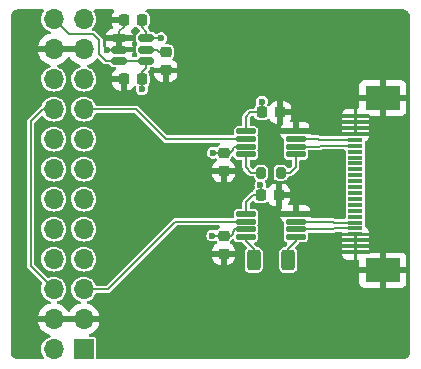
<source format=gbr>
%TF.GenerationSoftware,KiCad,Pcbnew,8.99.0-unknown-77b1d367df~178~ubuntu23.10.1*%
%TF.CreationDate,2024-11-09T00:31:48-05:00*%
%TF.ProjectId,24PinINA333,32345069-6e49-44e4-9133-33332e6b6963,rev?*%
%TF.SameCoordinates,Original*%
%TF.FileFunction,Copper,L1,Top*%
%TF.FilePolarity,Positive*%
%FSLAX46Y46*%
G04 Gerber Fmt 4.6, Leading zero omitted, Abs format (unit mm)*
G04 Created by KiCad (PCBNEW 8.99.0-unknown-77b1d367df~178~ubuntu23.10.1) date 2024-11-09 00:31:48*
%MOMM*%
%LPD*%
G01*
G04 APERTURE LIST*
G04 Aperture macros list*
%AMRoundRect*
0 Rectangle with rounded corners*
0 $1 Rounding radius*
0 $2 $3 $4 $5 $6 $7 $8 $9 X,Y pos of 4 corners*
0 Add a 4 corners polygon primitive as box body*
4,1,4,$2,$3,$4,$5,$6,$7,$8,$9,$2,$3,0*
0 Add four circle primitives for the rounded corners*
1,1,$1+$1,$2,$3*
1,1,$1+$1,$4,$5*
1,1,$1+$1,$6,$7*
1,1,$1+$1,$8,$9*
0 Add four rect primitives between the rounded corners*
20,1,$1+$1,$2,$3,$4,$5,0*
20,1,$1+$1,$4,$5,$6,$7,0*
20,1,$1+$1,$6,$7,$8,$9,0*
20,1,$1+$1,$8,$9,$2,$3,0*%
G04 Aperture macros list end*
%TA.AperFunction,SMDPad,CuDef*%
%ADD10RoundRect,0.225000X-0.250000X0.225000X-0.250000X-0.225000X0.250000X-0.225000X0.250000X0.225000X0*%
%TD*%
%TA.AperFunction,SMDPad,CuDef*%
%ADD11RoundRect,0.225000X-0.225000X-0.250000X0.225000X-0.250000X0.225000X0.250000X-0.225000X0.250000X0*%
%TD*%
%TA.AperFunction,SMDPad,CuDef*%
%ADD12RoundRect,0.150000X-0.512500X-0.150000X0.512500X-0.150000X0.512500X0.150000X-0.512500X0.150000X0*%
%TD*%
%TA.AperFunction,SMDPad,CuDef*%
%ADD13RoundRect,0.125000X0.687500X0.125000X-0.687500X0.125000X-0.687500X-0.125000X0.687500X-0.125000X0*%
%TD*%
%TA.AperFunction,SMDPad,CuDef*%
%ADD14RoundRect,0.250000X0.312500X0.625000X-0.312500X0.625000X-0.312500X-0.625000X0.312500X-0.625000X0*%
%TD*%
%TA.AperFunction,SMDPad,CuDef*%
%ADD15RoundRect,0.225000X0.225000X0.250000X-0.225000X0.250000X-0.225000X-0.250000X0.225000X-0.250000X0*%
%TD*%
%TA.AperFunction,SMDPad,CuDef*%
%ADD16R,1.250000X0.300000*%
%TD*%
%TA.AperFunction,SMDPad,CuDef*%
%ADD17R,3.000000X2.000000*%
%TD*%
%TA.AperFunction,SMDPad,CuDef*%
%ADD18RoundRect,0.200000X0.200000X0.275000X-0.200000X0.275000X-0.200000X-0.275000X0.200000X-0.275000X0*%
%TD*%
%TA.AperFunction,ComponentPad*%
%ADD19R,1.700000X1.700000*%
%TD*%
%TA.AperFunction,ComponentPad*%
%ADD20O,1.700000X1.700000*%
%TD*%
%TA.AperFunction,ViaPad*%
%ADD21C,0.600000*%
%TD*%
%TA.AperFunction,Conductor*%
%ADD22C,0.200000*%
%TD*%
G04 APERTURE END LIST*
D10*
%TO.P,C6,1*%
%TO.N,Net-(U4-OUT_S)*%
X122600000Y-78825000D03*
%TO.P,C6,2*%
%TO.N,GND*%
X122600000Y-80375000D03*
%TD*%
D11*
%TO.P,C4,1*%
%TO.N,/VREF*%
X130725000Y-83925000D03*
%TO.P,C4,2*%
%TO.N,GND*%
X132275000Y-83925000D03*
%TD*%
D12*
%TO.P,U4,1,GNDF*%
%TO.N,GND*%
X118662500Y-77650000D03*
%TO.P,U4,2,GNDS*%
X118662500Y-78600000D03*
%TO.P,U4,3,ENABLE*%
%TO.N,VIN*%
X118662500Y-79550000D03*
%TO.P,U4,4,VIN*%
X120937500Y-79550000D03*
%TO.P,U4,5,OUT_S*%
%TO.N,Net-(U4-OUT_S)*%
X120937500Y-78600000D03*
%TO.P,U4,6,OUT_F*%
%TO.N,/VREF*%
X120937500Y-77650000D03*
%TD*%
D13*
%TO.P,U1,1,Rg*%
%TO.N,Net-(R1-Pad1)*%
X133612500Y-94475000D03*
%TO.P,U1,2,-*%
%TO.N,Net-(J2-Pin_5)*%
X133612500Y-93825000D03*
%TO.P,U1,3,+*%
%TO.N,Net-(J2-Pin_6)*%
X133612500Y-93175000D03*
%TO.P,U1,4,V-*%
%TO.N,GND*%
X133612500Y-92525000D03*
%TO.P,U1,5,Ref*%
%TO.N,/VREF*%
X129387500Y-92525000D03*
%TO.P,U1,6*%
%TO.N,/IN0+*%
X129387500Y-93175000D03*
%TO.P,U1,7,V+*%
%TO.N,VIN*%
X129387500Y-93825000D03*
%TO.P,U1,8,Rg*%
%TO.N,Net-(R1-Pad2)*%
X129387500Y-94475000D03*
%TD*%
D14*
%TO.P,R1,1*%
%TO.N,Net-(R1-Pad1)*%
X132955000Y-96425000D03*
%TO.P,R1,2*%
%TO.N,Net-(R1-Pad2)*%
X130030000Y-96425000D03*
%TD*%
D15*
%TO.P,C5,1*%
%TO.N,VIN*%
X120575000Y-81100000D03*
%TO.P,C5,2*%
%TO.N,GND*%
X119025000Y-81100000D03*
%TD*%
D13*
%TO.P,U2,1,Rg*%
%TO.N,Net-(R2-Pad1)*%
X133612500Y-87475000D03*
%TO.P,U2,2,-*%
%TO.N,Net-(J2-Pin_19)*%
X133612500Y-86825000D03*
%TO.P,U2,3,+*%
%TO.N,Net-(J2-Pin_20)*%
X133612500Y-86175000D03*
%TO.P,U2,4,V-*%
%TO.N,GND*%
X133612500Y-85525000D03*
%TO.P,U2,5,Ref*%
%TO.N,/VREF*%
X129387500Y-85525000D03*
%TO.P,U2,6*%
%TO.N,/IN6+*%
X129387500Y-86175000D03*
%TO.P,U2,7,V+*%
%TO.N,VIN*%
X129387500Y-86825000D03*
%TO.P,U2,8,Rg*%
%TO.N,Net-(R2-Pad2)*%
X129387500Y-87475000D03*
%TD*%
D11*
%TO.P,C2,1*%
%TO.N,/VREF*%
X130617500Y-90925000D03*
%TO.P,C2,2*%
%TO.N,GND*%
X132167500Y-90925000D03*
%TD*%
D10*
%TO.P,C3,1*%
%TO.N,VIN*%
X127500000Y-87350000D03*
%TO.P,C3,2*%
%TO.N,GND*%
X127500000Y-88900000D03*
%TD*%
D16*
%TO.P,J2,1,Pin_1*%
%TO.N,GND*%
X138650000Y-95750000D03*
%TO.P,J2,2,Pin_2*%
X138650000Y-95250000D03*
%TO.P,J2,3,Pin_3*%
X138650000Y-94750000D03*
%TO.P,J2,4,Pin_4*%
X138650000Y-94250000D03*
%TO.P,J2,5,Pin_5*%
%TO.N,Net-(J2-Pin_5)*%
X138650000Y-93750000D03*
%TO.P,J2,6,Pin_6*%
%TO.N,Net-(J2-Pin_6)*%
X138650000Y-93250000D03*
%TO.P,J2,7,Pin_7*%
%TO.N,unconnected-(J2-Pin_7-Pad7)*%
X138650000Y-92750000D03*
%TO.P,J2,8,Pin_8*%
%TO.N,unconnected-(J2-Pin_8-Pad8)*%
X138650000Y-92250000D03*
%TO.P,J2,9,Pin_9*%
%TO.N,unconnected-(J2-Pin_9-Pad9)*%
X138650000Y-91750000D03*
%TO.P,J2,10,Pin_10*%
%TO.N,unconnected-(J2-Pin_10-Pad10)*%
X138650000Y-91250000D03*
%TO.P,J2,11,Pin_11*%
%TO.N,unconnected-(J2-Pin_11-Pad11)*%
X138650000Y-90750000D03*
%TO.P,J2,12,Pin_12*%
%TO.N,unconnected-(J2-Pin_12-Pad12)*%
X138650000Y-90250000D03*
%TO.P,J2,13,Pin_13*%
%TO.N,unconnected-(J2-Pin_13-Pad13)*%
X138650000Y-89750000D03*
%TO.P,J2,14,Pin_14*%
%TO.N,unconnected-(J2-Pin_14-Pad14)*%
X138650000Y-89250000D03*
%TO.P,J2,15,Pin_15*%
%TO.N,unconnected-(J2-Pin_15-Pad15)*%
X138650000Y-88750000D03*
%TO.P,J2,16,Pin_16*%
%TO.N,unconnected-(J2-Pin_16-Pad16)*%
X138650000Y-88250000D03*
%TO.P,J2,17,Pin_17*%
%TO.N,unconnected-(J2-Pin_17-Pad17)*%
X138650000Y-87750000D03*
%TO.P,J2,18,Pin_18*%
%TO.N,unconnected-(J2-Pin_18-Pad18)*%
X138650000Y-87250000D03*
%TO.P,J2,19,Pin_19*%
%TO.N,Net-(J2-Pin_19)*%
X138650000Y-86750000D03*
%TO.P,J2,20,Pin_20*%
%TO.N,Net-(J2-Pin_20)*%
X138650000Y-86250000D03*
%TO.P,J2,21,Pin_21*%
%TO.N,GND*%
X138650000Y-85750000D03*
%TO.P,J2,22,Pin_22*%
X138650000Y-85250000D03*
%TO.P,J2,23,Pin_23*%
X138650000Y-84750000D03*
%TO.P,J2,24,Pin_24*%
X138650000Y-84250000D03*
D17*
%TO.P,J2,MP,MountPin*%
X140975000Y-97290000D03*
X140975000Y-82710000D03*
%TD*%
D15*
%TO.P,C7,1*%
%TO.N,/VREF*%
X120575000Y-76100000D03*
%TO.P,C7,2*%
%TO.N,GND*%
X119025000Y-76100000D03*
%TD*%
D18*
%TO.P,R2,1*%
%TO.N,Net-(R2-Pad1)*%
X132325000Y-89025000D03*
%TO.P,R2,2*%
%TO.N,Net-(R2-Pad2)*%
X130675000Y-89025000D03*
%TD*%
D10*
%TO.P,C1,1*%
%TO.N,VIN*%
X127492500Y-94350000D03*
%TO.P,C1,2*%
%TO.N,GND*%
X127492500Y-95900000D03*
%TD*%
D19*
%TO.P,J1,1,Pin_1*%
%TO.N,/SDA{slash}A4*%
X115650000Y-103975000D03*
D20*
%TO.P,J1,2,Pin_2*%
%TO.N,/SCL{slash}A5*%
X113110000Y-103975000D03*
%TO.P,J1,3,Pin_3*%
%TO.N,GND*%
X115650000Y-101435000D03*
%TO.P,J1,4,Pin_4*%
X113110000Y-101435000D03*
%TO.P,J1,5,Pin_5*%
%TO.N,/IN0+*%
X115650000Y-98895000D03*
%TO.P,J1,6,Pin_6*%
%TO.N,/VREF*%
X113110000Y-98895000D03*
%TO.P,J1,7,Pin_7*%
%TO.N,unconnected-(J1-Pin_7-Pad7)*%
X115650000Y-96355000D03*
%TO.P,J1,8,Pin_8*%
%TO.N,unconnected-(J1-Pin_8-Pad8)*%
X113110000Y-96355000D03*
%TO.P,J1,9,Pin_9*%
%TO.N,unconnected-(J1-Pin_9-Pad9)*%
X115650000Y-93815000D03*
%TO.P,J1,10,Pin_10*%
%TO.N,unconnected-(J1-Pin_10-Pad10)*%
X113110000Y-93815000D03*
%TO.P,J1,11,Pin_11*%
%TO.N,unconnected-(J1-Pin_11-Pad11)*%
X115650000Y-91275000D03*
%TO.P,J1,12,Pin_12*%
%TO.N,unconnected-(J1-Pin_12-Pad12)*%
X113110000Y-91275000D03*
%TO.P,J1,13,Pin_13*%
%TO.N,unconnected-(J1-Pin_13-Pad13)*%
X115650000Y-88735000D03*
%TO.P,J1,14,Pin_14*%
%TO.N,unconnected-(J1-Pin_14-Pad14)*%
X113110000Y-88735000D03*
%TO.P,J1,15,Pin_15*%
%TO.N,unconnected-(J1-Pin_15-Pad15)*%
X115650000Y-86195000D03*
%TO.P,J1,16,Pin_16*%
%TO.N,unconnected-(J1-Pin_16-Pad16)*%
X113110000Y-86195000D03*
%TO.P,J1,17,Pin_17*%
%TO.N,/IN6+*%
X115650000Y-83655000D03*
%TO.P,J1,18,Pin_18*%
%TO.N,/VREF*%
X113110000Y-83655000D03*
%TO.P,J1,19,Pin_19*%
%TO.N,unconnected-(J1-Pin_19-Pad19)*%
X115650000Y-81115000D03*
%TO.P,J1,20,Pin_20*%
%TO.N,unconnected-(J1-Pin_20-Pad20)*%
X113110000Y-81115000D03*
%TO.P,J1,21,Pin_21*%
%TO.N,GND*%
X115650000Y-78575000D03*
%TO.P,J1,22,Pin_22*%
X113110000Y-78575000D03*
%TO.P,J1,23,Pin_23*%
%TO.N,/A0*%
X115650000Y-76035000D03*
%TO.P,J1,24,Pin_24*%
%TO.N,VIN*%
X113110000Y-76035000D03*
%TD*%
D21*
%TO.N,VIN*%
X126540000Y-94350000D03*
X120580000Y-81980000D03*
X126600000Y-87350000D03*
%TO.N,GND*%
X135070000Y-92080000D03*
X134970000Y-85190000D03*
X117610000Y-77640000D03*
X133110000Y-90930000D03*
X122610000Y-81160000D03*
X118200000Y-76090000D03*
X127500000Y-89710000D03*
X133240000Y-83920000D03*
X118080000Y-81100000D03*
X117640000Y-78600000D03*
X127490000Y-96780000D03*
%TO.N,/VREF*%
X130610000Y-90100000D03*
X122210000Y-77650000D03*
X130730000Y-83020000D03*
%TD*%
D22*
%TO.N,VIN*%
X128310000Y-86980000D02*
X128465000Y-86825000D01*
X116970000Y-79020000D02*
X117500000Y-79550000D01*
X116970000Y-77830000D02*
X116970000Y-79020000D01*
X128310000Y-87100000D02*
X128310000Y-86980000D01*
X120580000Y-81980000D02*
X120580000Y-81105000D01*
X127500000Y-87350000D02*
X128060000Y-87350000D01*
X120580000Y-81105000D02*
X120575000Y-81100000D01*
X128465000Y-93825000D02*
X128270000Y-94020000D01*
X129387500Y-93825000D02*
X128465000Y-93825000D01*
X128270000Y-94020000D02*
X128270000Y-94230000D01*
X127500000Y-87350000D02*
X126600000Y-87350000D01*
X128150000Y-94350000D02*
X127492500Y-94350000D01*
X120575000Y-81100000D02*
X120575000Y-80545000D01*
X128270000Y-94230000D02*
X128150000Y-94350000D01*
X120575000Y-80545000D02*
X120937500Y-80182500D01*
X113110000Y-76035000D02*
X114395000Y-77320000D01*
X116460000Y-77320000D02*
X116970000Y-77830000D01*
X128465000Y-86825000D02*
X129387500Y-86825000D01*
X117500000Y-79550000D02*
X120937500Y-79550000D01*
X120937500Y-80182500D02*
X120937500Y-79550000D01*
X127492500Y-94350000D02*
X126540000Y-94350000D01*
X114395000Y-77320000D02*
X116460000Y-77320000D01*
X128060000Y-87350000D02*
X128310000Y-87100000D01*
%TO.N,/IN0+*%
X123415000Y-93175000D02*
X129387500Y-93175000D01*
X115650000Y-98895000D02*
X117695000Y-98895000D01*
X117695000Y-98895000D02*
X123415000Y-93175000D01*
%TO.N,GND*%
X134625000Y-92525000D02*
X135070000Y-92080000D01*
X127492500Y-95900000D02*
X127492500Y-96777500D01*
X133612500Y-85525000D02*
X134635000Y-85525000D01*
X118210000Y-76100000D02*
X118200000Y-76090000D01*
X118662500Y-77650000D02*
X118662500Y-78600000D01*
X133235000Y-83925000D02*
X133240000Y-83920000D01*
X132167500Y-90925000D02*
X133105000Y-90925000D01*
X118662500Y-77037500D02*
X118662500Y-77650000D01*
X134635000Y-85525000D02*
X134970000Y-85190000D01*
X122600000Y-80375000D02*
X122600000Y-81150000D01*
X119025000Y-81100000D02*
X118080000Y-81100000D01*
X117620000Y-77650000D02*
X117610000Y-77640000D01*
X132275000Y-83925000D02*
X133235000Y-83925000D01*
X133105000Y-90925000D02*
X133110000Y-90930000D01*
X133612500Y-92525000D02*
X134625000Y-92525000D01*
X118662500Y-78600000D02*
X117640000Y-78600000D01*
X118662500Y-77650000D02*
X117620000Y-77650000D01*
X119025000Y-76100000D02*
X119025000Y-76675000D01*
X127492500Y-96777500D02*
X127490000Y-96780000D01*
X119025000Y-76100000D02*
X118210000Y-76100000D01*
X127500000Y-88900000D02*
X127500000Y-89710000D01*
X122600000Y-81150000D02*
X122610000Y-81160000D01*
X119025000Y-76675000D02*
X118662500Y-77037500D01*
%TO.N,/IN6+*%
X120075000Y-83655000D02*
X115650000Y-83655000D01*
X122595000Y-86175000D02*
X120075000Y-83655000D01*
X129387500Y-86175000D02*
X122595000Y-86175000D01*
%TO.N,/VREF*%
X111170000Y-96955000D02*
X113110000Y-98895000D01*
X130725000Y-83925000D02*
X130725000Y-83025000D01*
X111170000Y-84670000D02*
X111170000Y-96955000D01*
X129387500Y-84272500D02*
X129387500Y-85525000D01*
X120575000Y-76100000D02*
X120575000Y-76725000D01*
X130617500Y-90107500D02*
X130610000Y-90100000D01*
X130725000Y-83925000D02*
X129735000Y-83925000D01*
X130005000Y-90925000D02*
X130617500Y-90925000D01*
X120937500Y-77087500D02*
X120937500Y-77650000D01*
X122210000Y-77650000D02*
X120937500Y-77650000D01*
X120575000Y-76725000D02*
X120937500Y-77087500D01*
X129387500Y-91542500D02*
X130005000Y-90925000D01*
X129735000Y-83925000D02*
X129387500Y-84272500D01*
X113110000Y-83655000D02*
X112185000Y-83655000D01*
X112185000Y-83655000D02*
X111170000Y-84670000D01*
X130617500Y-90925000D02*
X130617500Y-90107500D01*
X130725000Y-83025000D02*
X130730000Y-83020000D01*
X129387500Y-92525000D02*
X129387500Y-91542500D01*
%TO.N,Net-(U4-OUT_S)*%
X122045000Y-78825000D02*
X121820000Y-78600000D01*
X121820000Y-78600000D02*
X120937500Y-78600000D01*
X122600000Y-78825000D02*
X122045000Y-78825000D01*
%TO.N,Net-(J2-Pin_6)*%
X133612500Y-93175000D02*
X136755000Y-93175000D01*
X136830000Y-93250000D02*
X138650000Y-93250000D01*
X136755000Y-93175000D02*
X136830000Y-93250000D01*
%TO.N,Net-(J2-Pin_5)*%
X136860000Y-93750000D02*
X136785000Y-93825000D01*
X138650000Y-93750000D02*
X136860000Y-93750000D01*
X136785000Y-93825000D02*
X133612500Y-93825000D01*
%TO.N,Net-(J2-Pin_20)*%
X133612500Y-86175000D02*
X135525000Y-86175000D01*
X135525000Y-86175000D02*
X135600000Y-86250000D01*
X135600000Y-86250000D02*
X138650000Y-86250000D01*
%TO.N,Net-(J2-Pin_19)*%
X138650000Y-86750000D02*
X135630000Y-86750000D01*
X135630000Y-86750000D02*
X135555000Y-86825000D01*
X135555000Y-86825000D02*
X133612500Y-86825000D01*
%TO.N,Net-(R1-Pad2)*%
X130030000Y-95450000D02*
X129387500Y-94807500D01*
X129387500Y-94807500D02*
X129387500Y-94475000D01*
X130030000Y-96425000D02*
X130030000Y-95450000D01*
%TO.N,Net-(R1-Pad1)*%
X133612500Y-94817500D02*
X133612500Y-94475000D01*
X132955000Y-95475000D02*
X133612500Y-94817500D01*
X132955000Y-96425000D02*
X132955000Y-95475000D01*
%TO.N,Net-(R2-Pad1)*%
X133612500Y-88517500D02*
X133105000Y-89025000D01*
X133105000Y-89025000D02*
X132325000Y-89025000D01*
X133612500Y-87475000D02*
X133612500Y-88517500D01*
%TO.N,Net-(R2-Pad2)*%
X129825000Y-89025000D02*
X129387500Y-88587500D01*
X130675000Y-89025000D02*
X129825000Y-89025000D01*
X129387500Y-88587500D02*
X129387500Y-87475000D01*
%TD*%
%TA.AperFunction,Conductor*%
%TO.N,GND*%
G36*
X112236643Y-75225185D02*
G01*
X112282398Y-75277989D01*
X112292342Y-75347147D01*
X112265458Y-75408164D01*
X112232317Y-75448546D01*
X112134769Y-75631043D01*
X112134768Y-75631045D01*
X112134768Y-75631046D01*
X112127898Y-75653692D01*
X112074699Y-75829067D01*
X112054417Y-76035000D01*
X112074699Y-76240932D01*
X112074700Y-76240934D01*
X112134768Y-76438954D01*
X112232315Y-76621450D01*
X112232317Y-76621452D01*
X112363589Y-76781410D01*
X112443569Y-76847047D01*
X112523550Y-76912685D01*
X112706046Y-77010232D01*
X112772551Y-77030405D01*
X112830989Y-77068702D01*
X112859446Y-77132514D01*
X112848887Y-77201581D01*
X112802663Y-77253975D01*
X112768650Y-77268841D01*
X112646514Y-77301567D01*
X112646507Y-77301570D01*
X112432422Y-77401399D01*
X112432420Y-77401400D01*
X112238926Y-77536886D01*
X112238920Y-77536891D01*
X112071891Y-77703920D01*
X112071886Y-77703926D01*
X111936400Y-77897420D01*
X111936399Y-77897422D01*
X111836570Y-78111507D01*
X111836567Y-78111513D01*
X111779364Y-78324999D01*
X111779364Y-78325000D01*
X112676988Y-78325000D01*
X112644075Y-78382007D01*
X112610000Y-78509174D01*
X112610000Y-78640826D01*
X112644075Y-78767993D01*
X112676988Y-78825000D01*
X111779364Y-78825000D01*
X111836567Y-79038486D01*
X111836570Y-79038492D01*
X111936399Y-79252578D01*
X112071894Y-79446082D01*
X112238917Y-79613105D01*
X112432421Y-79748600D01*
X112646507Y-79848429D01*
X112646516Y-79848433D01*
X112768649Y-79881158D01*
X112828310Y-79917523D01*
X112858839Y-79980369D01*
X112850545Y-80049745D01*
X112806059Y-80103623D01*
X112772552Y-80119593D01*
X112706046Y-80139767D01*
X112575358Y-80209622D01*
X112523550Y-80237315D01*
X112523548Y-80237316D01*
X112523547Y-80237317D01*
X112363589Y-80368589D01*
X112232317Y-80528547D01*
X112232315Y-80528550D01*
X112195846Y-80596779D01*
X112134769Y-80711043D01*
X112074699Y-80909067D01*
X112054417Y-81115000D01*
X112074699Y-81320932D01*
X112075933Y-81324999D01*
X112134768Y-81518954D01*
X112232315Y-81701450D01*
X112266470Y-81743068D01*
X112363589Y-81861410D01*
X112438120Y-81922575D01*
X112523550Y-81992685D01*
X112706046Y-82090232D01*
X112904066Y-82150300D01*
X112904065Y-82150300D01*
X112922529Y-82152118D01*
X113110000Y-82170583D01*
X113315934Y-82150300D01*
X113513954Y-82090232D01*
X113696450Y-81992685D01*
X113856410Y-81861410D01*
X113987685Y-81701450D01*
X114085232Y-81518954D01*
X114145300Y-81320934D01*
X114165583Y-81115000D01*
X114145300Y-80909066D01*
X114085232Y-80711046D01*
X113987685Y-80528550D01*
X113915245Y-80440281D01*
X113856410Y-80368589D01*
X113738677Y-80271969D01*
X113696450Y-80237315D01*
X113513954Y-80139768D01*
X113447447Y-80119593D01*
X113389009Y-80081296D01*
X113360553Y-80017484D01*
X113371113Y-79948417D01*
X113417337Y-79896023D01*
X113451350Y-79881158D01*
X113573483Y-79848433D01*
X113573492Y-79848429D01*
X113787578Y-79748600D01*
X113981082Y-79613105D01*
X114148105Y-79446082D01*
X114278425Y-79259968D01*
X114333002Y-79216344D01*
X114402501Y-79209151D01*
X114464855Y-79240673D01*
X114481575Y-79259968D01*
X114611894Y-79446082D01*
X114778917Y-79613105D01*
X114972421Y-79748600D01*
X115186507Y-79848429D01*
X115186516Y-79848433D01*
X115308649Y-79881158D01*
X115368310Y-79917523D01*
X115398839Y-79980369D01*
X115390545Y-80049745D01*
X115346059Y-80103623D01*
X115312552Y-80119593D01*
X115246046Y-80139767D01*
X115115358Y-80209622D01*
X115063550Y-80237315D01*
X115063548Y-80237316D01*
X115063547Y-80237317D01*
X114903589Y-80368589D01*
X114772317Y-80528547D01*
X114772315Y-80528550D01*
X114735846Y-80596779D01*
X114674769Y-80711043D01*
X114614699Y-80909067D01*
X114594417Y-81115000D01*
X114614699Y-81320932D01*
X114615933Y-81324999D01*
X114674768Y-81518954D01*
X114772315Y-81701450D01*
X114806470Y-81743068D01*
X114903589Y-81861410D01*
X114978120Y-81922575D01*
X115063550Y-81992685D01*
X115246046Y-82090232D01*
X115444066Y-82150300D01*
X115444065Y-82150300D01*
X115462529Y-82152118D01*
X115650000Y-82170583D01*
X115855934Y-82150300D01*
X116053954Y-82090232D01*
X116236450Y-81992685D01*
X116396410Y-81861410D01*
X116527685Y-81701450D01*
X116625232Y-81518954D01*
X116661825Y-81398322D01*
X118075001Y-81398322D01*
X118085144Y-81497607D01*
X118138452Y-81658481D01*
X118138457Y-81658492D01*
X118227424Y-81802728D01*
X118227427Y-81802732D01*
X118347267Y-81922572D01*
X118347271Y-81922575D01*
X118491507Y-82011542D01*
X118491518Y-82011547D01*
X118652393Y-82064855D01*
X118751683Y-82074999D01*
X118775000Y-82074998D01*
X118775000Y-81350000D01*
X118075001Y-81350000D01*
X118075001Y-81398322D01*
X116661825Y-81398322D01*
X116685300Y-81320934D01*
X116705583Y-81115000D01*
X116685300Y-80909066D01*
X116625232Y-80711046D01*
X116527685Y-80528550D01*
X116455245Y-80440281D01*
X116396410Y-80368589D01*
X116278677Y-80271969D01*
X116236450Y-80237315D01*
X116053954Y-80139768D01*
X115987447Y-80119593D01*
X115929009Y-80081296D01*
X115900553Y-80017484D01*
X115911113Y-79948417D01*
X115957337Y-79896023D01*
X115991350Y-79881158D01*
X116113483Y-79848433D01*
X116113492Y-79848429D01*
X116327578Y-79748600D01*
X116521082Y-79613105D01*
X116688106Y-79446082D01*
X116719894Y-79400683D01*
X116774470Y-79357057D01*
X116843969Y-79349862D01*
X116906324Y-79381383D01*
X116909152Y-79384123D01*
X117259540Y-79734511D01*
X117315489Y-79790460D01*
X117315491Y-79790461D01*
X117315495Y-79790464D01*
X117384004Y-79830017D01*
X117384011Y-79830021D01*
X117460438Y-79850500D01*
X117757003Y-79850500D01*
X117824042Y-79870185D01*
X117857923Y-79902450D01*
X117860805Y-79906487D01*
X117943514Y-79989196D01*
X117943515Y-79989196D01*
X117943517Y-79989198D01*
X118048607Y-80040573D01*
X118082673Y-80045536D01*
X118116739Y-80050500D01*
X118277937Y-80050500D01*
X118344976Y-80070185D01*
X118390731Y-80122989D01*
X118400675Y-80192147D01*
X118371650Y-80255703D01*
X118352307Y-80272152D01*
X118352935Y-80272946D01*
X118347267Y-80277427D01*
X118227427Y-80397267D01*
X118227424Y-80397271D01*
X118138457Y-80541507D01*
X118138452Y-80541518D01*
X118085144Y-80702393D01*
X118075000Y-80801677D01*
X118075000Y-80850000D01*
X118901000Y-80850000D01*
X118968039Y-80869685D01*
X119013794Y-80922489D01*
X119025000Y-80974000D01*
X119025000Y-81100000D01*
X119151000Y-81100000D01*
X119218039Y-81119685D01*
X119263794Y-81172489D01*
X119275000Y-81224000D01*
X119275000Y-82074999D01*
X119298308Y-82074999D01*
X119298322Y-82074998D01*
X119397607Y-82064855D01*
X119558481Y-82011547D01*
X119558492Y-82011542D01*
X119702728Y-81922575D01*
X119702732Y-81922572D01*
X119822572Y-81802732D01*
X119822575Y-81802728D01*
X119884608Y-81702159D01*
X119936556Y-81655434D01*
X120005518Y-81644213D01*
X120069600Y-81672056D01*
X120077963Y-81679711D01*
X120078284Y-81680033D01*
X120111674Y-81741408D01*
X120106581Y-81811092D01*
X120103263Y-81819087D01*
X120094835Y-81837542D01*
X120094834Y-81837543D01*
X120074353Y-81980000D01*
X120094834Y-82122456D01*
X120154622Y-82253371D01*
X120154623Y-82253373D01*
X120248872Y-82362143D01*
X120369947Y-82439953D01*
X120369950Y-82439954D01*
X120369949Y-82439954D01*
X120508036Y-82480499D01*
X120508038Y-82480500D01*
X120508039Y-82480500D01*
X120651962Y-82480500D01*
X120651962Y-82480499D01*
X120790053Y-82439953D01*
X120911128Y-82362143D01*
X121005377Y-82253373D01*
X121065165Y-82122457D01*
X121085647Y-81980000D01*
X121065165Y-81837543D01*
X121053601Y-81812223D01*
X121043658Y-81743068D01*
X121072682Y-81679512D01*
X121078702Y-81673045D01*
X121089592Y-81662155D01*
X138975000Y-81662155D01*
X138975000Y-82460000D01*
X140725000Y-82460000D01*
X141225000Y-82460000D01*
X142975000Y-82460000D01*
X142975000Y-81662172D01*
X142974999Y-81662155D01*
X142968598Y-81602627D01*
X142968596Y-81602620D01*
X142918354Y-81467913D01*
X142918350Y-81467906D01*
X142832190Y-81352812D01*
X142832187Y-81352809D01*
X142717093Y-81266649D01*
X142717086Y-81266645D01*
X142582379Y-81216403D01*
X142582372Y-81216401D01*
X142522844Y-81210000D01*
X141225000Y-81210000D01*
X141225000Y-82460000D01*
X140725000Y-82460000D01*
X140725000Y-81210000D01*
X139427155Y-81210000D01*
X139367627Y-81216401D01*
X139367620Y-81216403D01*
X139232913Y-81266645D01*
X139232906Y-81266649D01*
X139117812Y-81352809D01*
X139117809Y-81352812D01*
X139031649Y-81467906D01*
X139031645Y-81467913D01*
X138981403Y-81602620D01*
X138981401Y-81602627D01*
X138975000Y-81662155D01*
X121089592Y-81662155D01*
X121148528Y-81603220D01*
X121209719Y-81483126D01*
X121209720Y-81483121D01*
X121225500Y-81383493D01*
X121225500Y-80816506D01*
X121209720Y-80716878D01*
X121209719Y-80716876D01*
X121209719Y-80716874D01*
X121174790Y-80648322D01*
X121625001Y-80648322D01*
X121635144Y-80747607D01*
X121688452Y-80908481D01*
X121688457Y-80908492D01*
X121777424Y-81052728D01*
X121777427Y-81052732D01*
X121897267Y-81172572D01*
X121897271Y-81172575D01*
X122041507Y-81261542D01*
X122041518Y-81261547D01*
X122202393Y-81314855D01*
X122301683Y-81324999D01*
X122850000Y-81324999D01*
X122898308Y-81324999D01*
X122898322Y-81324998D01*
X122997607Y-81314855D01*
X123158481Y-81261547D01*
X123158492Y-81261542D01*
X123302728Y-81172575D01*
X123302732Y-81172572D01*
X123422572Y-81052732D01*
X123422575Y-81052728D01*
X123511542Y-80908492D01*
X123511547Y-80908481D01*
X123564855Y-80747606D01*
X123574999Y-80648322D01*
X123575000Y-80648309D01*
X123575000Y-80625000D01*
X122850000Y-80625000D01*
X122850000Y-81324999D01*
X122301683Y-81324999D01*
X122349999Y-81324998D01*
X122350000Y-81324998D01*
X122350000Y-80625000D01*
X121625001Y-80625000D01*
X121625001Y-80648322D01*
X121174790Y-80648322D01*
X121148528Y-80596780D01*
X121136040Y-80584292D01*
X121102555Y-80522972D01*
X121107538Y-80453280D01*
X121136039Y-80408930D01*
X121177960Y-80367011D01*
X121214027Y-80304540D01*
X121217521Y-80298489D01*
X121238000Y-80222062D01*
X121238000Y-80174500D01*
X121257685Y-80107461D01*
X121310489Y-80061706D01*
X121362000Y-80050500D01*
X121483262Y-80050500D01*
X121487731Y-80050176D01*
X121487804Y-80051184D01*
X121552294Y-80060331D01*
X121587040Y-80090321D01*
X121588681Y-80088681D01*
X121625000Y-80125000D01*
X123574999Y-80125000D01*
X123574999Y-80101692D01*
X123574998Y-80101677D01*
X123564855Y-80002392D01*
X123511547Y-79841518D01*
X123511542Y-79841507D01*
X123422575Y-79697271D01*
X123422572Y-79697267D01*
X123302732Y-79577427D01*
X123302728Y-79577424D01*
X123202159Y-79515392D01*
X123155434Y-79463444D01*
X123144213Y-79394482D01*
X123172056Y-79330400D01*
X123179565Y-79322182D01*
X123198528Y-79303220D01*
X123259719Y-79183126D01*
X123267185Y-79135989D01*
X123275500Y-79083493D01*
X123275500Y-78566506D01*
X123259720Y-78466878D01*
X123259719Y-78466876D01*
X123259719Y-78466874D01*
X123198528Y-78346780D01*
X123198526Y-78346778D01*
X123198523Y-78346774D01*
X123103225Y-78251476D01*
X123103221Y-78251473D01*
X123103220Y-78251472D01*
X122983126Y-78190281D01*
X122983124Y-78190280D01*
X122983121Y-78190279D01*
X122883493Y-78174500D01*
X122883488Y-78174500D01*
X122689297Y-78174500D01*
X122622258Y-78154815D01*
X122576503Y-78102011D01*
X122566559Y-78032853D01*
X122595584Y-77969298D01*
X122635374Y-77923377D01*
X122635374Y-77923375D01*
X122635377Y-77923373D01*
X122695165Y-77792457D01*
X122715647Y-77650000D01*
X122695165Y-77507543D01*
X122635377Y-77376627D01*
X122541128Y-77267857D01*
X122420053Y-77190047D01*
X122420051Y-77190046D01*
X122420049Y-77190045D01*
X122420050Y-77190045D01*
X122281963Y-77149500D01*
X122281961Y-77149500D01*
X122138039Y-77149500D01*
X122138036Y-77149500D01*
X121999949Y-77190045D01*
X121878872Y-77267856D01*
X121877544Y-77269008D01*
X121875944Y-77269738D01*
X121871411Y-77272652D01*
X121870992Y-77272000D01*
X121813989Y-77298034D01*
X121744830Y-77288091D01*
X121708659Y-77262977D01*
X121656485Y-77210803D01*
X121551391Y-77159426D01*
X121483261Y-77149500D01*
X121483260Y-77149500D01*
X121360116Y-77149500D01*
X121293077Y-77129815D01*
X121247322Y-77077011D01*
X121241145Y-77055508D01*
X121240103Y-77055788D01*
X121238000Y-77047938D01*
X121217521Y-76971511D01*
X121193483Y-76929875D01*
X121177964Y-76902995D01*
X121177958Y-76902987D01*
X121101041Y-76826070D01*
X121067556Y-76764747D01*
X121072540Y-76695055D01*
X121101041Y-76650708D01*
X121148523Y-76603225D01*
X121148528Y-76603220D01*
X121209719Y-76483126D01*
X121209720Y-76483121D01*
X121225500Y-76383493D01*
X121225500Y-75816506D01*
X121209720Y-75716878D01*
X121209719Y-75716876D01*
X121209719Y-75716874D01*
X121148528Y-75596780D01*
X121148526Y-75596778D01*
X121148523Y-75596774D01*
X121053225Y-75501476D01*
X121053221Y-75501473D01*
X121053220Y-75501472D01*
X120933126Y-75440281D01*
X120933123Y-75440280D01*
X120932543Y-75439985D01*
X120881747Y-75392011D01*
X120864952Y-75324190D01*
X120887489Y-75258055D01*
X120942204Y-75214603D01*
X120988838Y-75205500D01*
X142679108Y-75205500D01*
X142738038Y-75205500D01*
X142751922Y-75206280D01*
X142842266Y-75216459D01*
X142869331Y-75222636D01*
X142948540Y-75250352D01*
X142973553Y-75262398D01*
X143044606Y-75307043D01*
X143066313Y-75324355D01*
X143125644Y-75383686D01*
X143142957Y-75405395D01*
X143187600Y-75476444D01*
X143199648Y-75501462D01*
X143227362Y-75580666D01*
X143233540Y-75607735D01*
X143243720Y-75698076D01*
X143244500Y-75711961D01*
X143244500Y-104298038D01*
X143243720Y-104311923D01*
X143233540Y-104402264D01*
X143227362Y-104429333D01*
X143199648Y-104508537D01*
X143187600Y-104533555D01*
X143142957Y-104604604D01*
X143125644Y-104626313D01*
X143066313Y-104685644D01*
X143044604Y-104702957D01*
X142973555Y-104747600D01*
X142948537Y-104759648D01*
X142869333Y-104787362D01*
X142842264Y-104793540D01*
X142762075Y-104802576D01*
X142751921Y-104803720D01*
X142738038Y-104804500D01*
X116824500Y-104804500D01*
X116757461Y-104784815D01*
X116711706Y-104732011D01*
X116700500Y-104680500D01*
X116700500Y-103105249D01*
X116700499Y-103105247D01*
X116688868Y-103046770D01*
X116688867Y-103046769D01*
X116644552Y-102980447D01*
X116578230Y-102936132D01*
X116578229Y-102936131D01*
X116519752Y-102924500D01*
X116519748Y-102924500D01*
X116209457Y-102924500D01*
X116142418Y-102904815D01*
X116096663Y-102852011D01*
X116086719Y-102782853D01*
X116115744Y-102719297D01*
X116157052Y-102688118D01*
X116327578Y-102608600D01*
X116521082Y-102473105D01*
X116688105Y-102306082D01*
X116823600Y-102112578D01*
X116923429Y-101898492D01*
X116923432Y-101898486D01*
X116980636Y-101685000D01*
X116083012Y-101685000D01*
X116115925Y-101627993D01*
X116150000Y-101500826D01*
X116150000Y-101369174D01*
X116115925Y-101242007D01*
X116083012Y-101185000D01*
X116980636Y-101185000D01*
X116980635Y-101184999D01*
X116923432Y-100971513D01*
X116923429Y-100971507D01*
X116823600Y-100757422D01*
X116823599Y-100757420D01*
X116688113Y-100563926D01*
X116688108Y-100563920D01*
X116521082Y-100396894D01*
X116327578Y-100261399D01*
X116113492Y-100161570D01*
X116113486Y-100161567D01*
X115991349Y-100128841D01*
X115931689Y-100092476D01*
X115901160Y-100029629D01*
X115909455Y-99960253D01*
X115953940Y-99906375D01*
X115987444Y-99890407D01*
X116053954Y-99870232D01*
X116236450Y-99772685D01*
X116396410Y-99641410D01*
X116527685Y-99481450D01*
X116625232Y-99298954D01*
X116629919Y-99283503D01*
X116668217Y-99225065D01*
X116732030Y-99196609D01*
X116748579Y-99195500D01*
X117734560Y-99195500D01*
X117734562Y-99195500D01*
X117810989Y-99175021D01*
X117879511Y-99135460D01*
X117935460Y-99079511D01*
X118677127Y-98337844D01*
X138975000Y-98337844D01*
X138981401Y-98397372D01*
X138981403Y-98397379D01*
X139031645Y-98532086D01*
X139031649Y-98532093D01*
X139117809Y-98647187D01*
X139117812Y-98647190D01*
X139232906Y-98733350D01*
X139232913Y-98733354D01*
X139367620Y-98783596D01*
X139367627Y-98783598D01*
X139427155Y-98789999D01*
X139427172Y-98790000D01*
X140725000Y-98790000D01*
X141225000Y-98790000D01*
X142522828Y-98790000D01*
X142522844Y-98789999D01*
X142582372Y-98783598D01*
X142582379Y-98783596D01*
X142717086Y-98733354D01*
X142717093Y-98733350D01*
X142832187Y-98647190D01*
X142832190Y-98647187D01*
X142918350Y-98532093D01*
X142918354Y-98532086D01*
X142968596Y-98397379D01*
X142968598Y-98397372D01*
X142974999Y-98337844D01*
X142975000Y-98337827D01*
X142975000Y-97540000D01*
X141225000Y-97540000D01*
X141225000Y-98790000D01*
X140725000Y-98790000D01*
X140725000Y-97540000D01*
X138975000Y-97540000D01*
X138975000Y-98337844D01*
X118677127Y-98337844D01*
X120841649Y-96173322D01*
X126517501Y-96173322D01*
X126527644Y-96272607D01*
X126580952Y-96433481D01*
X126580957Y-96433492D01*
X126669924Y-96577728D01*
X126669927Y-96577732D01*
X126789767Y-96697572D01*
X126789771Y-96697575D01*
X126934007Y-96786542D01*
X126934018Y-96786547D01*
X127094893Y-96839855D01*
X127194183Y-96849999D01*
X127742500Y-96849999D01*
X127790808Y-96849999D01*
X127790822Y-96849998D01*
X127890107Y-96839855D01*
X128050981Y-96786547D01*
X128050992Y-96786542D01*
X128195228Y-96697575D01*
X128195232Y-96697572D01*
X128315072Y-96577732D01*
X128315075Y-96577728D01*
X128404042Y-96433492D01*
X128404047Y-96433481D01*
X128457355Y-96272606D01*
X128467499Y-96173322D01*
X128467500Y-96173309D01*
X128467500Y-96150000D01*
X127742500Y-96150000D01*
X127742500Y-96849999D01*
X127194183Y-96849999D01*
X127242499Y-96849998D01*
X127242500Y-96849998D01*
X127242500Y-96150000D01*
X126517501Y-96150000D01*
X126517501Y-96173322D01*
X120841649Y-96173322D01*
X123503152Y-93511819D01*
X123564475Y-93478334D01*
X123590833Y-93475500D01*
X127064440Y-93475500D01*
X127131479Y-93495185D01*
X127177234Y-93547989D01*
X127187178Y-93617147D01*
X127158153Y-93680703D01*
X127116709Y-93708181D01*
X127118070Y-93710851D01*
X127109376Y-93715280D01*
X127109374Y-93715281D01*
X126992144Y-93775012D01*
X126989278Y-93776473D01*
X126897189Y-93868562D01*
X126835865Y-93902046D01*
X126766174Y-93897062D01*
X126757996Y-93893674D01*
X126750051Y-93890045D01*
X126611963Y-93849500D01*
X126611961Y-93849500D01*
X126468039Y-93849500D01*
X126468036Y-93849500D01*
X126329949Y-93890045D01*
X126208873Y-93967856D01*
X126114623Y-94076626D01*
X126114622Y-94076628D01*
X126054834Y-94207543D01*
X126034353Y-94350000D01*
X126054834Y-94492456D01*
X126082104Y-94552168D01*
X126114623Y-94623373D01*
X126208872Y-94732143D01*
X126329947Y-94809953D01*
X126329950Y-94809954D01*
X126329949Y-94809954D01*
X126392159Y-94828220D01*
X126456701Y-94847171D01*
X126468036Y-94850499D01*
X126468038Y-94850500D01*
X126468039Y-94850500D01*
X126611962Y-94850500D01*
X126611962Y-94850499D01*
X126750053Y-94809953D01*
X126750059Y-94809948D01*
X126757991Y-94806327D01*
X126827149Y-94796380D01*
X126890706Y-94825402D01*
X126897189Y-94831438D01*
X126912924Y-94847173D01*
X126946409Y-94908496D01*
X126941425Y-94978188D01*
X126899553Y-95034121D01*
X126890341Y-95040392D01*
X126789768Y-95102426D01*
X126669927Y-95222267D01*
X126669924Y-95222271D01*
X126580957Y-95366507D01*
X126580952Y-95366518D01*
X126527644Y-95527393D01*
X126517500Y-95626677D01*
X126517500Y-95650000D01*
X128467499Y-95650000D01*
X128467499Y-95626692D01*
X128467498Y-95626677D01*
X128457355Y-95527392D01*
X128404047Y-95366518D01*
X128404042Y-95366507D01*
X128315075Y-95222271D01*
X128315072Y-95222267D01*
X128195232Y-95102427D01*
X128195228Y-95102424D01*
X128094659Y-95040392D01*
X128047934Y-94988444D01*
X128036713Y-94919482D01*
X128064556Y-94855400D01*
X128072065Y-94847182D01*
X128091028Y-94828220D01*
X128152219Y-94708126D01*
X128152219Y-94708123D01*
X128155254Y-94702168D01*
X128203228Y-94651371D01*
X128233637Y-94638690D01*
X128235693Y-94638139D01*
X128244470Y-94635787D01*
X128314318Y-94637444D01*
X128372183Y-94676602D01*
X128388952Y-94703154D01*
X128429253Y-94789579D01*
X128510421Y-94870747D01*
X128614455Y-94919259D01*
X128661861Y-94925500D01*
X129037048Y-94925499D01*
X129104087Y-94945183D01*
X129144436Y-94987501D01*
X129145401Y-94989172D01*
X129147039Y-94992010D01*
X129430128Y-95275099D01*
X129463613Y-95336422D01*
X129458629Y-95406114D01*
X129416757Y-95462047D01*
X129416081Y-95462550D01*
X129395350Y-95477850D01*
X129314707Y-95587117D01*
X129314706Y-95587119D01*
X129269853Y-95715298D01*
X129269853Y-95715300D01*
X129267000Y-95745730D01*
X129267000Y-97104269D01*
X129269853Y-97134699D01*
X129269853Y-97134701D01*
X129314706Y-97262880D01*
X129314707Y-97262882D01*
X129395350Y-97372150D01*
X129504618Y-97452793D01*
X129547345Y-97467744D01*
X129632799Y-97497646D01*
X129663230Y-97500500D01*
X129663234Y-97500500D01*
X130396770Y-97500500D01*
X130427199Y-97497646D01*
X130427201Y-97497646D01*
X130491290Y-97475219D01*
X130555382Y-97452793D01*
X130664650Y-97372150D01*
X130745293Y-97262882D01*
X130767719Y-97198790D01*
X130790146Y-97134701D01*
X130790146Y-97134699D01*
X130793000Y-97104269D01*
X130793000Y-95745730D01*
X130790146Y-95715300D01*
X130790146Y-95715298D01*
X130752806Y-95608589D01*
X130745293Y-95587118D01*
X130664650Y-95477850D01*
X130555382Y-95397207D01*
X130555380Y-95397206D01*
X130427200Y-95352353D01*
X130396770Y-95349500D01*
X130396766Y-95349500D01*
X130390555Y-95349500D01*
X130323516Y-95329815D01*
X130283167Y-95287499D01*
X130270460Y-95265489D01*
X130124603Y-95119632D01*
X130091118Y-95058309D01*
X130096102Y-94988617D01*
X130137974Y-94932684D01*
X130159879Y-94919569D01*
X130160543Y-94919259D01*
X130160545Y-94919259D01*
X130264579Y-94870747D01*
X130345747Y-94789579D01*
X130394259Y-94685545D01*
X130400500Y-94638139D01*
X130400499Y-94311862D01*
X130394259Y-94264455D01*
X130365323Y-94202403D01*
X130354832Y-94133327D01*
X130365321Y-94097601D01*
X130394259Y-94035545D01*
X130400500Y-93988139D01*
X130400499Y-93661862D01*
X130394259Y-93614455D01*
X130365323Y-93552403D01*
X130354832Y-93483327D01*
X130365321Y-93447601D01*
X130394259Y-93385545D01*
X130400500Y-93338139D01*
X130400499Y-93011862D01*
X130394259Y-92964455D01*
X130365323Y-92902403D01*
X130354832Y-92833327D01*
X130365321Y-92797601D01*
X130394259Y-92735545D01*
X130400500Y-92688139D01*
X130400499Y-92361862D01*
X130394259Y-92314455D01*
X130375860Y-92274999D01*
X132310474Y-92274999D01*
X132310474Y-92275000D01*
X133362500Y-92275000D01*
X133862500Y-92275000D01*
X134914526Y-92275000D01*
X134914525Y-92274999D01*
X134878156Y-92149813D01*
X134878154Y-92149808D01*
X134797773Y-92013891D01*
X134797767Y-92013883D01*
X134686116Y-91902232D01*
X134686108Y-91902226D01*
X134550188Y-91821844D01*
X134550185Y-91821843D01*
X134398553Y-91777789D01*
X134398547Y-91777788D01*
X134363118Y-91775000D01*
X133862500Y-91775000D01*
X133862500Y-92275000D01*
X133362500Y-92275000D01*
X133362500Y-91775000D01*
X133096412Y-91775000D01*
X133029373Y-91755315D01*
X132983618Y-91702511D01*
X132973674Y-91633353D01*
X132990874Y-91585903D01*
X133054042Y-91483492D01*
X133054047Y-91483481D01*
X133107355Y-91322606D01*
X133117499Y-91223322D01*
X133117500Y-91223309D01*
X133117500Y-91175000D01*
X132417500Y-91175000D01*
X132417500Y-91916273D01*
X132431409Y-91941746D01*
X132426425Y-92011438D01*
X132416975Y-92031224D01*
X132346847Y-92149805D01*
X132346844Y-92149813D01*
X132310474Y-92274999D01*
X130375860Y-92274999D01*
X130345747Y-92210421D01*
X130264579Y-92129253D01*
X130160545Y-92080741D01*
X130160543Y-92080740D01*
X130160544Y-92080740D01*
X130113140Y-92074500D01*
X130113139Y-92074500D01*
X129812000Y-92074500D01*
X129744961Y-92054815D01*
X129699206Y-92002011D01*
X129688000Y-91950500D01*
X129688000Y-91718332D01*
X129707685Y-91651293D01*
X129724315Y-91630655D01*
X129897681Y-91457288D01*
X129959002Y-91423805D01*
X130028693Y-91428789D01*
X130073041Y-91457290D01*
X130139274Y-91523523D01*
X130139278Y-91523526D01*
X130139280Y-91523528D01*
X130259374Y-91584719D01*
X130259376Y-91584719D01*
X130259378Y-91584720D01*
X130359007Y-91600500D01*
X130359012Y-91600500D01*
X130875993Y-91600500D01*
X130975621Y-91584720D01*
X130975621Y-91584719D01*
X130975626Y-91584719D01*
X131095720Y-91523528D01*
X131114673Y-91504574D01*
X131175994Y-91471090D01*
X131245685Y-91476073D01*
X131301620Y-91517944D01*
X131307892Y-91527159D01*
X131369924Y-91627728D01*
X131369927Y-91627732D01*
X131489767Y-91747572D01*
X131489771Y-91747575D01*
X131634007Y-91836542D01*
X131634018Y-91836547D01*
X131794893Y-91889855D01*
X131894183Y-91899999D01*
X131917500Y-91899998D01*
X131917500Y-90675000D01*
X132417500Y-90675000D01*
X133117499Y-90675000D01*
X133117499Y-90626692D01*
X133117498Y-90626677D01*
X133107355Y-90527392D01*
X133054047Y-90366518D01*
X133054042Y-90366507D01*
X132965075Y-90222271D01*
X132965072Y-90222267D01*
X132845232Y-90102427D01*
X132845228Y-90102424D01*
X132700992Y-90013457D01*
X132700981Y-90013452D01*
X132540106Y-89960144D01*
X132440822Y-89950000D01*
X132417500Y-89950000D01*
X132417500Y-90675000D01*
X131917500Y-90675000D01*
X131917500Y-89949999D01*
X131894193Y-89950000D01*
X131894174Y-89950001D01*
X131794892Y-89960144D01*
X131634018Y-90013452D01*
X131634007Y-90013457D01*
X131489771Y-90102424D01*
X131489767Y-90102427D01*
X131369924Y-90222270D01*
X131328608Y-90289253D01*
X131276660Y-90335976D01*
X131207697Y-90347197D01*
X131143615Y-90319353D01*
X131104760Y-90261283D01*
X131100333Y-90206510D01*
X131115647Y-90100000D01*
X131095165Y-89957543D01*
X131035377Y-89826627D01*
X131035376Y-89826626D01*
X131035376Y-89826625D01*
X131032572Y-89822262D01*
X131012886Y-89755223D01*
X131032570Y-89688183D01*
X131080589Y-89644738D01*
X131113342Y-89628050D01*
X131203050Y-89538342D01*
X131260646Y-89425304D01*
X131260646Y-89425302D01*
X131260647Y-89425301D01*
X131271282Y-89358147D01*
X131275500Y-89331519D01*
X131275499Y-88718482D01*
X131275498Y-88718475D01*
X131724500Y-88718475D01*
X131724500Y-89331517D01*
X131726665Y-89345185D01*
X131739354Y-89425304D01*
X131796950Y-89538342D01*
X131796952Y-89538344D01*
X131796954Y-89538347D01*
X131886652Y-89628045D01*
X131886654Y-89628046D01*
X131886658Y-89628050D01*
X131973007Y-89672047D01*
X131999698Y-89685647D01*
X132093475Y-89700499D01*
X132093481Y-89700500D01*
X132556518Y-89700499D01*
X132650304Y-89685646D01*
X132763342Y-89628050D01*
X132853050Y-89538342D01*
X132910646Y-89425304D01*
X132910646Y-89425302D01*
X132910647Y-89425301D01*
X132913663Y-89416020D01*
X132916174Y-89416836D01*
X132939820Y-89366963D01*
X132999134Y-89330034D01*
X133032360Y-89325500D01*
X133144560Y-89325500D01*
X133144562Y-89325500D01*
X133220989Y-89305021D01*
X133289511Y-89265460D01*
X133345460Y-89209511D01*
X133852960Y-88702011D01*
X133867710Y-88676463D01*
X133876590Y-88661083D01*
X133892519Y-88633492D01*
X133892520Y-88633491D01*
X133894243Y-88627062D01*
X133913000Y-88557062D01*
X133913000Y-88049499D01*
X133932685Y-87982460D01*
X133985489Y-87936705D01*
X134037000Y-87925499D01*
X134338133Y-87925499D01*
X134338138Y-87925499D01*
X134385545Y-87919259D01*
X134489579Y-87870747D01*
X134570747Y-87789579D01*
X134619259Y-87685545D01*
X134625500Y-87638139D01*
X134625499Y-87311862D01*
X134619420Y-87265680D01*
X134630188Y-87196647D01*
X134676570Y-87144392D01*
X134742360Y-87125500D01*
X135594560Y-87125500D01*
X135594562Y-87125500D01*
X135670989Y-87105021D01*
X135736648Y-87067113D01*
X135798648Y-87050500D01*
X137700500Y-87050500D01*
X137767539Y-87070185D01*
X137813294Y-87122989D01*
X137824500Y-87174500D01*
X137824500Y-87419748D01*
X137828011Y-87437399D01*
X137835651Y-87475810D01*
X137835651Y-87524190D01*
X137824500Y-87580252D01*
X137824500Y-87919748D01*
X137825252Y-87923528D01*
X137835651Y-87975810D01*
X137835651Y-88024190D01*
X137830617Y-88049499D01*
X137824500Y-88080252D01*
X137824500Y-88419748D01*
X137824938Y-88421950D01*
X137835651Y-88475810D01*
X137835651Y-88524190D01*
X137834681Y-88529067D01*
X137824500Y-88580252D01*
X137824500Y-88919748D01*
X137828011Y-88937399D01*
X137835651Y-88975810D01*
X137835651Y-89024190D01*
X137824500Y-89080252D01*
X137824500Y-89419748D01*
X137825604Y-89425300D01*
X137835651Y-89475810D01*
X137835651Y-89524190D01*
X137824500Y-89580252D01*
X137824500Y-89919748D01*
X137828011Y-89937399D01*
X137835651Y-89975810D01*
X137835651Y-90024190D01*
X137824500Y-90080252D01*
X137824500Y-90419748D01*
X137824903Y-90421774D01*
X137835651Y-90475810D01*
X137835651Y-90524190D01*
X137830331Y-90550937D01*
X137824500Y-90580252D01*
X137824500Y-90919748D01*
X137828011Y-90937399D01*
X137835651Y-90975810D01*
X137835651Y-91024190D01*
X137824500Y-91080252D01*
X137824500Y-91419748D01*
X137825307Y-91423805D01*
X137835651Y-91475810D01*
X137835651Y-91524190D01*
X137824501Y-91580249D01*
X137824500Y-91580252D01*
X137824500Y-91919748D01*
X137828011Y-91937399D01*
X137835651Y-91975810D01*
X137835651Y-92024190D01*
X137824500Y-92080252D01*
X137824500Y-92419748D01*
X137828011Y-92437399D01*
X137835651Y-92475810D01*
X137835651Y-92524190D01*
X137824500Y-92580252D01*
X137824500Y-92825500D01*
X137804815Y-92892539D01*
X137752011Y-92938294D01*
X137700500Y-92949500D01*
X136998648Y-92949500D01*
X136936648Y-92932887D01*
X136870991Y-92894980D01*
X136870990Y-92894979D01*
X136845513Y-92888152D01*
X136794562Y-92874500D01*
X136794560Y-92874500D01*
X135050770Y-92874500D01*
X134983731Y-92854815D01*
X134955226Y-92821919D01*
X134951727Y-92824547D01*
X134914526Y-92775000D01*
X134507948Y-92775000D01*
X134455544Y-92763382D01*
X134385545Y-92730741D01*
X134385543Y-92730740D01*
X134385544Y-92730740D01*
X134338140Y-92724500D01*
X132886867Y-92724500D01*
X132871839Y-92726478D01*
X132839455Y-92730741D01*
X132839453Y-92730742D01*
X132839451Y-92730742D01*
X132787308Y-92755057D01*
X132769455Y-92763382D01*
X132717052Y-92775000D01*
X132310474Y-92775000D01*
X132346843Y-92900185D01*
X132346845Y-92900191D01*
X132427226Y-93036108D01*
X132427232Y-93036116D01*
X132538883Y-93147767D01*
X132545052Y-93152552D01*
X132544224Y-93153618D01*
X132586300Y-93198673D01*
X132599500Y-93254344D01*
X132599500Y-93338132D01*
X132599501Y-93338138D01*
X132605741Y-93385545D01*
X132605742Y-93385548D01*
X132605743Y-93385551D01*
X132634675Y-93447596D01*
X132645167Y-93516673D01*
X132634676Y-93552403D01*
X132608254Y-93609067D01*
X132605740Y-93614458D01*
X132599500Y-93661859D01*
X132599500Y-93988132D01*
X132599501Y-93988138D01*
X132605741Y-94035545D01*
X132605742Y-94035548D01*
X132605743Y-94035551D01*
X132634675Y-94097596D01*
X132645167Y-94166673D01*
X132634676Y-94202404D01*
X132605740Y-94264458D01*
X132599500Y-94311859D01*
X132599500Y-94638132D01*
X132600716Y-94647373D01*
X132605741Y-94685545D01*
X132605742Y-94685547D01*
X132605742Y-94685548D01*
X132627470Y-94732143D01*
X132654253Y-94789579D01*
X132735421Y-94870747D01*
X132839455Y-94919259D01*
X132839456Y-94919259D01*
X132846940Y-94922749D01*
X132899379Y-94968921D01*
X132918531Y-95036115D01*
X132898315Y-95102996D01*
X132882218Y-95122810D01*
X132770489Y-95234540D01*
X132714542Y-95290486D01*
X132709592Y-95296938D01*
X132707804Y-95295566D01*
X132665705Y-95335713D01*
X132608879Y-95349500D01*
X132588230Y-95349500D01*
X132557800Y-95352353D01*
X132557798Y-95352353D01*
X132429619Y-95397206D01*
X132429617Y-95397207D01*
X132320350Y-95477850D01*
X132239707Y-95587117D01*
X132239706Y-95587119D01*
X132194853Y-95715298D01*
X132194853Y-95715300D01*
X132192000Y-95745730D01*
X132192000Y-97104269D01*
X132194853Y-97134699D01*
X132194853Y-97134701D01*
X132239706Y-97262880D01*
X132239707Y-97262882D01*
X132320350Y-97372150D01*
X132429618Y-97452793D01*
X132472345Y-97467744D01*
X132557799Y-97497646D01*
X132588230Y-97500500D01*
X132588234Y-97500500D01*
X133321770Y-97500500D01*
X133352199Y-97497646D01*
X133352201Y-97497646D01*
X133416290Y-97475219D01*
X133480382Y-97452793D01*
X133589650Y-97372150D01*
X133670293Y-97262882D01*
X133692719Y-97198790D01*
X133715146Y-97134701D01*
X133715146Y-97134699D01*
X133718000Y-97104269D01*
X133718000Y-95947844D01*
X137525000Y-95947844D01*
X137531401Y-96007372D01*
X137531403Y-96007379D01*
X137581645Y-96142086D01*
X137581649Y-96142093D01*
X137667809Y-96257187D01*
X137667812Y-96257190D01*
X137782906Y-96343350D01*
X137782913Y-96343354D01*
X137917620Y-96393596D01*
X137917627Y-96393598D01*
X137977155Y-96399999D01*
X137977172Y-96400000D01*
X138500000Y-96400000D01*
X138500000Y-95900000D01*
X138800000Y-95900000D01*
X138800000Y-96400000D01*
X138851000Y-96400000D01*
X138918039Y-96419685D01*
X138963794Y-96472489D01*
X138975000Y-96524000D01*
X138975000Y-97040000D01*
X140725000Y-97040000D01*
X141225000Y-97040000D01*
X142975000Y-97040000D01*
X142975000Y-96242172D01*
X142974999Y-96242155D01*
X142968598Y-96182627D01*
X142968596Y-96182620D01*
X142918354Y-96047913D01*
X142918350Y-96047906D01*
X142832190Y-95932812D01*
X142832187Y-95932809D01*
X142717093Y-95846649D01*
X142717086Y-95846645D01*
X142582379Y-95796403D01*
X142582372Y-95796401D01*
X142522844Y-95790000D01*
X141225000Y-95790000D01*
X141225000Y-97040000D01*
X140725000Y-97040000D01*
X140725000Y-95790000D01*
X139900889Y-95790000D01*
X139885315Y-95843039D01*
X139832511Y-95888794D01*
X139781000Y-95900000D01*
X138800000Y-95900000D01*
X138500000Y-95900000D01*
X137525000Y-95900000D01*
X137525000Y-95947844D01*
X133718000Y-95947844D01*
X133718000Y-95745730D01*
X133715146Y-95715300D01*
X133715146Y-95715298D01*
X133677806Y-95608589D01*
X133670293Y-95587118D01*
X133589650Y-95477850D01*
X133583299Y-95473162D01*
X133564070Y-95447835D01*
X137525000Y-95447835D01*
X137529183Y-95486748D01*
X137529183Y-95513252D01*
X137525000Y-95552164D01*
X137525000Y-95600000D01*
X138500000Y-95600000D01*
X138800000Y-95600000D01*
X139775000Y-95600000D01*
X139775000Y-95552179D01*
X139774999Y-95552168D01*
X139770815Y-95513258D01*
X139770815Y-95486742D01*
X139774999Y-95447831D01*
X139775000Y-95447821D01*
X139775000Y-95400000D01*
X138800000Y-95400000D01*
X138800000Y-95600000D01*
X138500000Y-95600000D01*
X138500000Y-95400000D01*
X137525000Y-95400000D01*
X137525000Y-95447835D01*
X133564070Y-95447835D01*
X133541051Y-95417515D01*
X133535594Y-95347859D01*
X133568662Y-95286310D01*
X133568918Y-95286051D01*
X133852960Y-95002011D01*
X133861335Y-94987503D01*
X133902935Y-94947835D01*
X137525000Y-94947835D01*
X137529183Y-94986748D01*
X137529183Y-95013252D01*
X137525000Y-95052164D01*
X137525000Y-95100000D01*
X138500000Y-95100000D01*
X138800000Y-95100000D01*
X139775000Y-95100000D01*
X139775000Y-95052179D01*
X139774999Y-95052168D01*
X139770815Y-95013258D01*
X139770815Y-94986742D01*
X139774999Y-94947831D01*
X139775000Y-94947821D01*
X139775000Y-94900000D01*
X138800000Y-94900000D01*
X138800000Y-95100000D01*
X138500000Y-95100000D01*
X138500000Y-94900000D01*
X137525000Y-94900000D01*
X137525000Y-94947835D01*
X133902935Y-94947835D01*
X133911900Y-94939286D01*
X133968725Y-94925499D01*
X134338133Y-94925499D01*
X134338138Y-94925499D01*
X134385545Y-94919259D01*
X134489579Y-94870747D01*
X134570747Y-94789579D01*
X134619259Y-94685545D01*
X134625500Y-94638139D01*
X134625499Y-94447835D01*
X137525000Y-94447835D01*
X137529183Y-94486748D01*
X137529183Y-94513252D01*
X137525000Y-94552164D01*
X137525000Y-94600000D01*
X138500000Y-94600000D01*
X138800000Y-94600000D01*
X139775000Y-94600000D01*
X139775000Y-94552179D01*
X139774999Y-94552168D01*
X139770815Y-94513258D01*
X139770815Y-94486742D01*
X139774999Y-94447831D01*
X139775000Y-94447821D01*
X139775000Y-94400000D01*
X138800000Y-94400000D01*
X138800000Y-94600000D01*
X138500000Y-94600000D01*
X138500000Y-94400000D01*
X137525000Y-94400000D01*
X137525000Y-94447835D01*
X134625499Y-94447835D01*
X134625499Y-94311862D01*
X134619420Y-94265680D01*
X134630188Y-94196647D01*
X134676570Y-94144392D01*
X134742360Y-94125500D01*
X136824560Y-94125500D01*
X136824562Y-94125500D01*
X136900989Y-94105021D01*
X136966648Y-94067113D01*
X137028648Y-94050500D01*
X137424138Y-94050500D01*
X137491177Y-94070185D01*
X137511819Y-94086819D01*
X137525000Y-94100000D01*
X137994084Y-94100000D01*
X138004262Y-94100500D01*
X138005252Y-94100500D01*
X139295738Y-94100500D01*
X139305916Y-94100000D01*
X139775000Y-94100000D01*
X139775000Y-94052172D01*
X139774999Y-94052155D01*
X139768598Y-93992627D01*
X139768596Y-93992620D01*
X139718354Y-93857913D01*
X139718350Y-93857906D01*
X139632190Y-93742812D01*
X139524048Y-93661856D01*
X139482178Y-93605922D01*
X139477587Y-93586048D01*
X139476689Y-93586227D01*
X139464349Y-93524192D01*
X139464349Y-93475808D01*
X139475500Y-93419750D01*
X139475500Y-93080249D01*
X139464349Y-93024192D01*
X139464349Y-92975808D01*
X139475500Y-92919750D01*
X139475500Y-92580249D01*
X139464349Y-92524192D01*
X139464349Y-92475808D01*
X139475500Y-92419750D01*
X139475500Y-92080249D01*
X139464349Y-92024192D01*
X139464349Y-91975808D01*
X139475500Y-91919750D01*
X139475500Y-91580249D01*
X139464349Y-91524192D01*
X139464349Y-91475808D01*
X139475500Y-91419750D01*
X139475500Y-91080249D01*
X139464349Y-91024192D01*
X139464349Y-90975808D01*
X139475500Y-90919750D01*
X139475500Y-90580249D01*
X139464349Y-90524192D01*
X139464349Y-90475808D01*
X139475500Y-90419750D01*
X139475500Y-90080249D01*
X139464349Y-90024192D01*
X139464349Y-89975808D01*
X139475500Y-89919750D01*
X139475500Y-89580249D01*
X139464349Y-89524192D01*
X139464349Y-89475808D01*
X139475500Y-89419750D01*
X139475500Y-89080249D01*
X139464349Y-89024192D01*
X139464349Y-88975808D01*
X139475500Y-88919750D01*
X139475500Y-88580249D01*
X139464349Y-88524192D01*
X139464349Y-88475808D01*
X139475500Y-88419750D01*
X139475500Y-88080249D01*
X139464349Y-88024192D01*
X139464349Y-87975808D01*
X139475500Y-87919750D01*
X139475500Y-87580249D01*
X139464349Y-87524192D01*
X139464349Y-87475808D01*
X139475500Y-87419750D01*
X139475500Y-87080249D01*
X139464349Y-87024192D01*
X139464349Y-86975808D01*
X139475500Y-86919750D01*
X139475500Y-86580249D01*
X139464349Y-86524192D01*
X139464349Y-86475808D01*
X139476689Y-86413773D01*
X139479408Y-86414314D01*
X139501014Y-86360600D01*
X139524049Y-86338142D01*
X139632190Y-86257186D01*
X139718350Y-86142093D01*
X139718354Y-86142086D01*
X139768596Y-86007379D01*
X139768598Y-86007372D01*
X139774999Y-85947844D01*
X139775000Y-85947827D01*
X139775000Y-85900000D01*
X139305916Y-85900000D01*
X139295738Y-85899500D01*
X139294748Y-85899500D01*
X138005252Y-85899500D01*
X138004262Y-85899500D01*
X137994084Y-85900000D01*
X137525000Y-85900000D01*
X137511819Y-85913181D01*
X137450496Y-85946666D01*
X137424138Y-85949500D01*
X135768648Y-85949500D01*
X135706648Y-85932887D01*
X135640991Y-85894980D01*
X135640990Y-85894979D01*
X135615513Y-85888152D01*
X135564562Y-85874500D01*
X135564560Y-85874500D01*
X135050770Y-85874500D01*
X134983731Y-85854815D01*
X134955226Y-85821919D01*
X134951727Y-85824547D01*
X134914526Y-85775000D01*
X134507948Y-85775000D01*
X134455544Y-85763382D01*
X134385545Y-85730741D01*
X134385543Y-85730740D01*
X134385544Y-85730740D01*
X134338140Y-85724500D01*
X132886867Y-85724500D01*
X132871839Y-85726478D01*
X132839455Y-85730741D01*
X132839453Y-85730742D01*
X132839451Y-85730742D01*
X132787308Y-85755057D01*
X132769455Y-85763382D01*
X132717052Y-85775000D01*
X132310474Y-85775000D01*
X132346843Y-85900185D01*
X132346845Y-85900191D01*
X132427226Y-86036108D01*
X132427232Y-86036116D01*
X132538883Y-86147767D01*
X132545052Y-86152552D01*
X132544224Y-86153618D01*
X132586300Y-86198673D01*
X132599500Y-86254344D01*
X132599500Y-86338132D01*
X132600716Y-86347373D01*
X132605741Y-86385545D01*
X132605742Y-86385548D01*
X132605743Y-86385551D01*
X132634675Y-86447596D01*
X132645167Y-86516673D01*
X132634676Y-86552403D01*
X132612969Y-86598956D01*
X132605740Y-86614458D01*
X132599500Y-86661859D01*
X132599500Y-86988132D01*
X132599501Y-86988138D01*
X132605741Y-87035545D01*
X132605742Y-87035548D01*
X132605743Y-87035551D01*
X132634675Y-87097596D01*
X132645167Y-87166673D01*
X132634676Y-87202404D01*
X132605740Y-87264458D01*
X132599500Y-87311859D01*
X132599500Y-87638132D01*
X132599501Y-87638138D01*
X132605741Y-87685545D01*
X132605742Y-87685547D01*
X132605742Y-87685548D01*
X132627470Y-87732143D01*
X132654253Y-87789579D01*
X132735421Y-87870747D01*
X132839455Y-87919259D01*
X132886861Y-87925500D01*
X133188000Y-87925499D01*
X133255039Y-87945183D01*
X133300794Y-87997987D01*
X133312000Y-88049499D01*
X133312000Y-88341667D01*
X133292315Y-88408706D01*
X133275681Y-88429348D01*
X133088604Y-88616424D01*
X133027281Y-88649909D01*
X132957589Y-88644925D01*
X132901656Y-88603053D01*
X132890444Y-88585048D01*
X132853050Y-88511658D01*
X132853048Y-88511656D01*
X132853045Y-88511652D01*
X132763347Y-88421954D01*
X132763344Y-88421952D01*
X132763342Y-88421950D01*
X132686517Y-88382805D01*
X132650301Y-88364352D01*
X132556524Y-88349500D01*
X132093482Y-88349500D01*
X132012519Y-88362323D01*
X131999696Y-88364354D01*
X131886658Y-88421950D01*
X131886657Y-88421951D01*
X131886652Y-88421954D01*
X131796954Y-88511652D01*
X131796952Y-88511656D01*
X131796950Y-88511658D01*
X131790565Y-88524190D01*
X131739352Y-88624698D01*
X131724500Y-88718475D01*
X131275498Y-88718475D01*
X131260646Y-88624696D01*
X131203050Y-88511658D01*
X131203046Y-88511654D01*
X131203045Y-88511652D01*
X131113347Y-88421954D01*
X131113344Y-88421952D01*
X131113342Y-88421950D01*
X131036517Y-88382805D01*
X131000301Y-88364352D01*
X130906524Y-88349500D01*
X130443482Y-88349500D01*
X130362519Y-88362323D01*
X130349696Y-88364354D01*
X130236658Y-88421950D01*
X130236657Y-88421951D01*
X130236652Y-88421954D01*
X130146954Y-88511652D01*
X130146947Y-88511661D01*
X130085932Y-88631410D01*
X130037958Y-88682206D01*
X129970137Y-88699001D01*
X129904002Y-88676463D01*
X129887767Y-88662796D01*
X129724319Y-88499348D01*
X129690834Y-88438025D01*
X129688000Y-88411667D01*
X129688000Y-88049499D01*
X129707685Y-87982460D01*
X129760489Y-87936705D01*
X129812000Y-87925499D01*
X130113133Y-87925499D01*
X130113138Y-87925499D01*
X130160545Y-87919259D01*
X130264579Y-87870747D01*
X130345747Y-87789579D01*
X130394259Y-87685545D01*
X130400500Y-87638139D01*
X130400499Y-87311862D01*
X130394259Y-87264455D01*
X130365323Y-87202403D01*
X130354832Y-87133327D01*
X130365321Y-87097601D01*
X130394259Y-87035545D01*
X130400500Y-86988139D01*
X130400499Y-86661862D01*
X130394259Y-86614455D01*
X130365323Y-86552403D01*
X130354832Y-86483327D01*
X130365321Y-86447601D01*
X130394259Y-86385545D01*
X130400500Y-86338139D01*
X130400499Y-86011862D01*
X130394259Y-85964455D01*
X130365323Y-85902403D01*
X130354832Y-85833327D01*
X130365321Y-85797601D01*
X130394259Y-85735545D01*
X130400500Y-85688139D01*
X130400499Y-85447835D01*
X137525000Y-85447835D01*
X137529183Y-85486748D01*
X137529183Y-85513252D01*
X137525000Y-85552164D01*
X137525000Y-85600000D01*
X138500000Y-85600000D01*
X138800000Y-85600000D01*
X139775000Y-85600000D01*
X139775000Y-85552179D01*
X139774999Y-85552168D01*
X139770815Y-85513258D01*
X139770815Y-85486742D01*
X139774999Y-85447831D01*
X139775000Y-85447821D01*
X139775000Y-85400000D01*
X138800000Y-85400000D01*
X138800000Y-85600000D01*
X138500000Y-85600000D01*
X138500000Y-85400000D01*
X137525000Y-85400000D01*
X137525000Y-85447835D01*
X130400499Y-85447835D01*
X130400499Y-85361862D01*
X130394259Y-85314455D01*
X130375860Y-85274999D01*
X132310474Y-85274999D01*
X132310474Y-85275000D01*
X133362500Y-85275000D01*
X133862500Y-85275000D01*
X134914526Y-85275000D01*
X134914525Y-85274999D01*
X134878156Y-85149814D01*
X134878154Y-85149808D01*
X134797773Y-85013891D01*
X134797767Y-85013883D01*
X134731719Y-84947835D01*
X137525000Y-84947835D01*
X137529183Y-84986748D01*
X137529183Y-85013252D01*
X137525000Y-85052164D01*
X137525000Y-85100000D01*
X138500000Y-85100000D01*
X138800000Y-85100000D01*
X139775000Y-85100000D01*
X139775000Y-85052179D01*
X139774999Y-85052168D01*
X139770815Y-85013258D01*
X139770815Y-84986742D01*
X139774999Y-84947831D01*
X139775000Y-84947821D01*
X139775000Y-84900000D01*
X138800000Y-84900000D01*
X138800000Y-85100000D01*
X138500000Y-85100000D01*
X138500000Y-84900000D01*
X137525000Y-84900000D01*
X137525000Y-84947835D01*
X134731719Y-84947835D01*
X134686116Y-84902232D01*
X134686108Y-84902226D01*
X134550188Y-84821844D01*
X134550185Y-84821843D01*
X134398553Y-84777789D01*
X134398547Y-84777788D01*
X134363118Y-84775000D01*
X133862500Y-84775000D01*
X133862500Y-85275000D01*
X133362500Y-85275000D01*
X133362500Y-84775000D01*
X133203912Y-84775000D01*
X133136873Y-84755315D01*
X133091118Y-84702511D01*
X133081174Y-84633353D01*
X133098374Y-84585903D01*
X133161542Y-84483492D01*
X133161547Y-84483481D01*
X133173359Y-84447835D01*
X137525000Y-84447835D01*
X137529183Y-84486748D01*
X137529183Y-84513252D01*
X137525000Y-84552164D01*
X137525000Y-84600000D01*
X138500000Y-84600000D01*
X138800000Y-84600000D01*
X139775000Y-84600000D01*
X139775000Y-84552179D01*
X139774999Y-84552168D01*
X139770815Y-84513258D01*
X139770815Y-84486742D01*
X139774999Y-84447831D01*
X139775000Y-84447821D01*
X139775000Y-84400000D01*
X138800000Y-84400000D01*
X138800000Y-84600000D01*
X138500000Y-84600000D01*
X138500000Y-84400000D01*
X137525000Y-84400000D01*
X137525000Y-84447835D01*
X133173359Y-84447835D01*
X133214855Y-84322606D01*
X133224999Y-84223322D01*
X133225000Y-84223309D01*
X133225000Y-84175000D01*
X132525000Y-84175000D01*
X132525000Y-84906000D01*
X132505315Y-84973039D01*
X132452511Y-85018794D01*
X132427997Y-85024126D01*
X132417699Y-85030000D01*
X132346845Y-85149809D01*
X132346843Y-85149814D01*
X132310474Y-85274999D01*
X130375860Y-85274999D01*
X130345747Y-85210421D01*
X130264579Y-85129253D01*
X130160545Y-85080741D01*
X130160543Y-85080740D01*
X130160544Y-85080740D01*
X130113140Y-85074500D01*
X130113139Y-85074500D01*
X129812000Y-85074500D01*
X129744961Y-85054815D01*
X129699206Y-85002011D01*
X129688000Y-84950500D01*
X129688000Y-84448333D01*
X129707685Y-84381294D01*
X129724319Y-84360652D01*
X129823152Y-84261819D01*
X129884475Y-84228334D01*
X129910833Y-84225500D01*
X129973343Y-84225500D01*
X130040382Y-84245185D01*
X130086137Y-84297989D01*
X130089445Y-84306486D01*
X130090281Y-84308126D01*
X130151472Y-84428220D01*
X130151474Y-84428222D01*
X130151476Y-84428225D01*
X130246774Y-84523523D01*
X130246778Y-84523526D01*
X130246780Y-84523528D01*
X130366874Y-84584719D01*
X130366876Y-84584719D01*
X130366878Y-84584720D01*
X130466507Y-84600500D01*
X130466512Y-84600500D01*
X130983493Y-84600500D01*
X131083121Y-84584720D01*
X131083121Y-84584719D01*
X131083126Y-84584719D01*
X131203220Y-84523528D01*
X131222173Y-84504574D01*
X131283494Y-84471090D01*
X131353185Y-84476073D01*
X131409120Y-84517944D01*
X131415392Y-84527159D01*
X131477424Y-84627728D01*
X131477427Y-84627732D01*
X131597267Y-84747572D01*
X131597271Y-84747575D01*
X131741507Y-84836542D01*
X131741518Y-84836547D01*
X131902393Y-84889855D01*
X132001683Y-84899999D01*
X132025000Y-84899998D01*
X132025000Y-84052155D01*
X137525000Y-84052155D01*
X137525000Y-84100000D01*
X138500000Y-84100000D01*
X138500000Y-83600000D01*
X138800000Y-83600000D01*
X138800000Y-84100000D01*
X139781000Y-84100000D01*
X139848039Y-84119685D01*
X139893794Y-84172489D01*
X139901954Y-84210000D01*
X140725000Y-84210000D01*
X141225000Y-84210000D01*
X142522828Y-84210000D01*
X142522844Y-84209999D01*
X142582372Y-84203598D01*
X142582379Y-84203596D01*
X142717086Y-84153354D01*
X142717093Y-84153350D01*
X142832187Y-84067190D01*
X142832190Y-84067187D01*
X142918350Y-83952093D01*
X142918354Y-83952086D01*
X142968596Y-83817379D01*
X142968598Y-83817372D01*
X142974999Y-83757844D01*
X142975000Y-83757827D01*
X142975000Y-82960000D01*
X141225000Y-82960000D01*
X141225000Y-84210000D01*
X140725000Y-84210000D01*
X140725000Y-82960000D01*
X138975000Y-82960000D01*
X138975000Y-83476000D01*
X138955315Y-83543039D01*
X138902511Y-83588794D01*
X138851000Y-83600000D01*
X138800000Y-83600000D01*
X138500000Y-83600000D01*
X137977155Y-83600000D01*
X137917627Y-83606401D01*
X137917620Y-83606403D01*
X137782913Y-83656645D01*
X137782906Y-83656649D01*
X137667812Y-83742809D01*
X137667809Y-83742812D01*
X137581649Y-83857906D01*
X137581645Y-83857913D01*
X137531403Y-83992620D01*
X137531401Y-83992627D01*
X137525000Y-84052155D01*
X132025000Y-84052155D01*
X132025000Y-83675000D01*
X132525000Y-83675000D01*
X133224999Y-83675000D01*
X133224999Y-83626692D01*
X133224998Y-83626677D01*
X133214855Y-83527392D01*
X133161547Y-83366518D01*
X133161542Y-83366507D01*
X133072575Y-83222271D01*
X133072572Y-83222267D01*
X132952732Y-83102427D01*
X132952728Y-83102424D01*
X132808492Y-83013457D01*
X132808481Y-83013452D01*
X132647606Y-82960144D01*
X132548322Y-82950000D01*
X132525000Y-82950000D01*
X132525000Y-83675000D01*
X132025000Y-83675000D01*
X132025000Y-82949999D01*
X132001693Y-82950000D01*
X132001674Y-82950001D01*
X131902392Y-82960144D01*
X131741518Y-83013452D01*
X131741507Y-83013457D01*
X131597271Y-83102424D01*
X131597267Y-83102427D01*
X131477426Y-83222268D01*
X131415392Y-83322841D01*
X131363444Y-83369565D01*
X131294481Y-83380786D01*
X131230399Y-83352943D01*
X131222173Y-83345424D01*
X131220878Y-83344129D01*
X131187393Y-83282806D01*
X131192377Y-83213114D01*
X131195765Y-83204936D01*
X131215165Y-83162456D01*
X131215165Y-83162455D01*
X131235647Y-83020000D01*
X131215165Y-82877543D01*
X131155377Y-82746627D01*
X131061128Y-82637857D01*
X130940053Y-82560047D01*
X130940051Y-82560046D01*
X130940049Y-82560045D01*
X130940050Y-82560045D01*
X130801963Y-82519500D01*
X130801961Y-82519500D01*
X130658039Y-82519500D01*
X130658036Y-82519500D01*
X130519949Y-82560045D01*
X130398873Y-82637856D01*
X130304623Y-82746626D01*
X130304622Y-82746628D01*
X130244834Y-82877543D01*
X130224353Y-83020000D01*
X130244834Y-83162455D01*
X130261100Y-83198072D01*
X130271043Y-83267231D01*
X130242017Y-83330787D01*
X130235987Y-83337264D01*
X130151473Y-83421778D01*
X130151473Y-83421779D01*
X130151472Y-83421780D01*
X130137569Y-83449067D01*
X130085851Y-83550569D01*
X130083914Y-83549582D01*
X130051836Y-83596494D01*
X129987477Y-83623692D01*
X129973343Y-83624500D01*
X129695438Y-83624500D01*
X129657224Y-83634739D01*
X129619009Y-83644979D01*
X129619004Y-83644982D01*
X129550495Y-83684535D01*
X129550487Y-83684541D01*
X129147041Y-84087987D01*
X129147035Y-84087995D01*
X129107482Y-84156504D01*
X129107479Y-84156509D01*
X129087000Y-84232939D01*
X129087000Y-84950500D01*
X129067315Y-85017539D01*
X129014511Y-85063294D01*
X128963000Y-85074500D01*
X128661867Y-85074500D01*
X128646839Y-85076478D01*
X128614455Y-85080741D01*
X128614453Y-85080742D01*
X128614451Y-85080742D01*
X128510420Y-85129253D01*
X128429253Y-85210420D01*
X128380740Y-85314456D01*
X128374500Y-85361859D01*
X128374500Y-85688132D01*
X128374501Y-85688138D01*
X128380579Y-85734319D01*
X128369812Y-85803353D01*
X128323430Y-85855608D01*
X128257640Y-85874500D01*
X122770833Y-85874500D01*
X122703794Y-85854815D01*
X122683152Y-85838181D01*
X120259512Y-83414541D01*
X120259507Y-83414537D01*
X120244108Y-83405647D01*
X120244106Y-83405646D01*
X120190991Y-83374980D01*
X120190990Y-83374979D01*
X120159372Y-83366507D01*
X120114562Y-83354500D01*
X120114560Y-83354500D01*
X116748579Y-83354500D01*
X116681540Y-83334815D01*
X116635785Y-83282011D01*
X116629919Y-83266497D01*
X116629677Y-83265701D01*
X116625232Y-83251046D01*
X116527685Y-83068550D01*
X116430395Y-82950001D01*
X116396410Y-82908589D01*
X116236452Y-82777317D01*
X116236453Y-82777317D01*
X116236450Y-82777315D01*
X116053954Y-82679768D01*
X115855934Y-82619700D01*
X115855932Y-82619699D01*
X115855934Y-82619699D01*
X115650000Y-82599417D01*
X115444067Y-82619699D01*
X115246043Y-82679769D01*
X115135898Y-82738643D01*
X115063550Y-82777315D01*
X115063548Y-82777316D01*
X115063547Y-82777317D01*
X114903589Y-82908589D01*
X114772317Y-83068547D01*
X114674769Y-83251043D01*
X114614699Y-83449067D01*
X114594417Y-83655000D01*
X114614699Y-83860932D01*
X114614700Y-83860934D01*
X114674768Y-84058954D01*
X114772315Y-84241450D01*
X114789031Y-84261819D01*
X114903589Y-84401410D01*
X114960142Y-84447821D01*
X115063550Y-84532685D01*
X115246046Y-84630232D01*
X115444066Y-84690300D01*
X115444065Y-84690300D01*
X115462529Y-84692118D01*
X115650000Y-84710583D01*
X115855934Y-84690300D01*
X116053954Y-84630232D01*
X116236450Y-84532685D01*
X116396410Y-84401410D01*
X116527685Y-84241450D01*
X116625232Y-84058954D01*
X116629919Y-84043503D01*
X116668217Y-83985065D01*
X116732030Y-83956609D01*
X116748579Y-83955500D01*
X119899167Y-83955500D01*
X119966206Y-83975185D01*
X119986848Y-83991819D01*
X122354540Y-86359511D01*
X122410489Y-86415460D01*
X122410491Y-86415461D01*
X122410495Y-86415464D01*
X122466145Y-86447593D01*
X122479011Y-86455021D01*
X122555438Y-86475500D01*
X122634562Y-86475500D01*
X127071940Y-86475500D01*
X127138979Y-86495185D01*
X127184734Y-86547989D01*
X127194678Y-86617147D01*
X127165653Y-86680703D01*
X127124209Y-86708181D01*
X127125570Y-86710851D01*
X127116876Y-86715280D01*
X127116874Y-86715281D01*
X126999644Y-86775012D01*
X126996778Y-86776473D01*
X126918624Y-86854627D01*
X126857300Y-86888111D01*
X126796009Y-86885922D01*
X126671964Y-86849500D01*
X126671961Y-86849500D01*
X126528039Y-86849500D01*
X126528036Y-86849500D01*
X126389949Y-86890045D01*
X126268873Y-86967856D01*
X126268872Y-86967856D01*
X126268872Y-86967857D01*
X126259883Y-86978231D01*
X126174623Y-87076626D01*
X126174622Y-87076628D01*
X126114834Y-87207543D01*
X126094353Y-87350000D01*
X126114834Y-87492456D01*
X126154930Y-87580252D01*
X126174623Y-87623373D01*
X126268872Y-87732143D01*
X126389947Y-87809953D01*
X126389950Y-87809954D01*
X126389949Y-87809954D01*
X126452159Y-87828220D01*
X126516701Y-87847171D01*
X126528036Y-87850499D01*
X126528038Y-87850500D01*
X126528039Y-87850500D01*
X126671961Y-87850500D01*
X126796008Y-87814077D01*
X126865878Y-87814077D01*
X126918624Y-87845373D01*
X126920424Y-87847173D01*
X126953909Y-87908496D01*
X126948925Y-87978188D01*
X126907053Y-88034121D01*
X126897841Y-88040392D01*
X126797268Y-88102426D01*
X126677427Y-88222267D01*
X126677424Y-88222271D01*
X126588457Y-88366507D01*
X126588452Y-88366518D01*
X126535144Y-88527393D01*
X126525000Y-88626677D01*
X126525000Y-88650000D01*
X128474999Y-88650000D01*
X128474999Y-88626692D01*
X128474998Y-88626677D01*
X128464855Y-88527392D01*
X128411547Y-88366518D01*
X128411542Y-88366507D01*
X128322575Y-88222271D01*
X128322572Y-88222267D01*
X128202732Y-88102427D01*
X128202728Y-88102424D01*
X128102159Y-88040392D01*
X128055434Y-87988444D01*
X128044213Y-87919482D01*
X128072056Y-87855400D01*
X128079565Y-87847182D01*
X128098528Y-87828220D01*
X128159719Y-87708126D01*
X128159719Y-87708123D01*
X128164149Y-87699430D01*
X128167069Y-87700918D01*
X128196935Y-87657212D01*
X128261285Y-87629993D01*
X128330135Y-87641885D01*
X128381626Y-87689112D01*
X128387842Y-87700774D01*
X128402470Y-87732143D01*
X128429253Y-87789579D01*
X128510421Y-87870747D01*
X128614455Y-87919259D01*
X128661861Y-87925500D01*
X128963000Y-87925499D01*
X129030039Y-87945183D01*
X129075794Y-87997987D01*
X129087000Y-88049499D01*
X129087000Y-88627062D01*
X129096116Y-88661082D01*
X129107479Y-88703490D01*
X129119610Y-88724501D01*
X129147037Y-88772007D01*
X129147039Y-88772010D01*
X129147040Y-88772011D01*
X129584540Y-89209511D01*
X129640489Y-89265460D01*
X129640491Y-89265461D01*
X129640495Y-89265464D01*
X129709004Y-89305017D01*
X129709011Y-89305021D01*
X129785438Y-89325500D01*
X129864562Y-89325500D01*
X129967640Y-89325500D01*
X130034679Y-89345185D01*
X130080434Y-89397989D01*
X130085911Y-89416157D01*
X130086337Y-89416019D01*
X130089352Y-89425300D01*
X130089353Y-89425303D01*
X130089354Y-89425304D01*
X130146950Y-89538342D01*
X130146952Y-89538344D01*
X130146954Y-89538347D01*
X130219331Y-89610724D01*
X130252816Y-89672047D01*
X130247832Y-89741739D01*
X130225365Y-89779605D01*
X130184625Y-89826623D01*
X130184622Y-89826628D01*
X130124834Y-89957543D01*
X130104353Y-90100000D01*
X130124834Y-90242456D01*
X130126456Y-90247978D01*
X130126454Y-90317848D01*
X130095159Y-90370592D01*
X130043976Y-90421774D01*
X130043973Y-90421779D01*
X130043972Y-90421780D01*
X129990160Y-90527392D01*
X129982780Y-90541876D01*
X129982479Y-90543778D01*
X129981471Y-90545902D01*
X129979764Y-90551158D01*
X129979084Y-90550937D01*
X129952547Y-90606912D01*
X129896493Y-90641811D01*
X129896518Y-90641870D01*
X129896164Y-90642016D01*
X129893234Y-90643841D01*
X129892109Y-90644148D01*
X129889017Y-90644976D01*
X129889004Y-90644982D01*
X129820495Y-90684535D01*
X129820487Y-90684541D01*
X129147041Y-91357987D01*
X129147035Y-91357995D01*
X129107482Y-91426504D01*
X129107479Y-91426509D01*
X129087000Y-91502939D01*
X129087000Y-91950500D01*
X129067315Y-92017539D01*
X129014511Y-92063294D01*
X128963000Y-92074500D01*
X128661867Y-92074500D01*
X128646839Y-92076478D01*
X128614455Y-92080741D01*
X128614453Y-92080742D01*
X128614451Y-92080742D01*
X128510420Y-92129253D01*
X128429253Y-92210420D01*
X128380740Y-92314456D01*
X128374500Y-92361859D01*
X128374500Y-92688132D01*
X128374501Y-92688138D01*
X128380579Y-92734319D01*
X128369812Y-92803353D01*
X128323430Y-92855608D01*
X128257640Y-92874500D01*
X123375438Y-92874500D01*
X123299010Y-92894978D01*
X123230489Y-92934540D01*
X123230486Y-92934542D01*
X117606848Y-98558181D01*
X117545525Y-98591666D01*
X117519167Y-98594500D01*
X116748579Y-98594500D01*
X116681540Y-98574815D01*
X116635785Y-98522011D01*
X116629919Y-98506497D01*
X116629677Y-98505701D01*
X116625232Y-98491046D01*
X116527685Y-98308550D01*
X116475702Y-98245209D01*
X116396410Y-98148589D01*
X116236452Y-98017317D01*
X116236453Y-98017317D01*
X116236450Y-98017315D01*
X116053954Y-97919768D01*
X115855934Y-97859700D01*
X115855932Y-97859699D01*
X115855934Y-97859699D01*
X115650000Y-97839417D01*
X115444067Y-97859699D01*
X115246043Y-97919769D01*
X115135898Y-97978643D01*
X115063550Y-98017315D01*
X115063548Y-98017316D01*
X115063547Y-98017317D01*
X114903589Y-98148589D01*
X114772317Y-98308547D01*
X114772315Y-98308550D01*
X114756666Y-98337827D01*
X114674769Y-98491043D01*
X114614699Y-98689067D01*
X114594417Y-98895000D01*
X114614699Y-99100932D01*
X114637173Y-99175020D01*
X114674768Y-99298954D01*
X114772315Y-99481450D01*
X114772317Y-99481452D01*
X114903589Y-99641410D01*
X115000209Y-99720702D01*
X115063550Y-99772685D01*
X115246046Y-99870232D01*
X115312551Y-99890405D01*
X115370989Y-99928702D01*
X115399446Y-99992514D01*
X115388887Y-100061581D01*
X115342663Y-100113975D01*
X115308650Y-100128841D01*
X115186514Y-100161567D01*
X115186507Y-100161570D01*
X114972422Y-100261399D01*
X114972420Y-100261400D01*
X114778926Y-100396886D01*
X114778920Y-100396891D01*
X114611891Y-100563920D01*
X114611890Y-100563922D01*
X114481575Y-100750031D01*
X114426998Y-100793655D01*
X114357499Y-100800848D01*
X114295145Y-100769326D01*
X114278425Y-100750031D01*
X114148109Y-100563922D01*
X114148108Y-100563920D01*
X113981082Y-100396894D01*
X113787578Y-100261399D01*
X113573492Y-100161570D01*
X113573486Y-100161567D01*
X113451349Y-100128841D01*
X113391689Y-100092476D01*
X113361160Y-100029629D01*
X113369455Y-99960253D01*
X113413940Y-99906375D01*
X113447444Y-99890407D01*
X113513954Y-99870232D01*
X113696450Y-99772685D01*
X113856410Y-99641410D01*
X113987685Y-99481450D01*
X114085232Y-99298954D01*
X114145300Y-99100934D01*
X114165583Y-98895000D01*
X114145300Y-98689066D01*
X114085232Y-98491046D01*
X113987685Y-98308550D01*
X113935702Y-98245209D01*
X113856410Y-98148589D01*
X113696452Y-98017317D01*
X113696453Y-98017317D01*
X113696450Y-98017315D01*
X113513954Y-97919768D01*
X113315934Y-97859700D01*
X113315932Y-97859699D01*
X113315934Y-97859699D01*
X113110000Y-97839417D01*
X112904067Y-97859699D01*
X112706039Y-97919770D01*
X112691800Y-97927381D01*
X112623397Y-97941620D01*
X112558154Y-97916616D01*
X112545672Y-97905701D01*
X111506819Y-96866848D01*
X111473334Y-96805525D01*
X111470500Y-96779167D01*
X111470500Y-96355000D01*
X112054417Y-96355000D01*
X112074699Y-96560932D01*
X112104734Y-96659944D01*
X112134768Y-96758954D01*
X112232315Y-96941450D01*
X112232317Y-96941452D01*
X112363589Y-97101410D01*
X112460209Y-97180702D01*
X112523550Y-97232685D01*
X112706046Y-97330232D01*
X112904066Y-97390300D01*
X112904065Y-97390300D01*
X112922529Y-97392118D01*
X113110000Y-97410583D01*
X113315934Y-97390300D01*
X113513954Y-97330232D01*
X113696450Y-97232685D01*
X113856410Y-97101410D01*
X113987685Y-96941450D01*
X114085232Y-96758954D01*
X114145300Y-96560934D01*
X114165583Y-96355000D01*
X114594417Y-96355000D01*
X114614699Y-96560932D01*
X114644734Y-96659944D01*
X114674768Y-96758954D01*
X114772315Y-96941450D01*
X114772317Y-96941452D01*
X114903589Y-97101410D01*
X115000209Y-97180702D01*
X115063550Y-97232685D01*
X115246046Y-97330232D01*
X115444066Y-97390300D01*
X115444065Y-97390300D01*
X115462529Y-97392118D01*
X115650000Y-97410583D01*
X115855934Y-97390300D01*
X116053954Y-97330232D01*
X116236450Y-97232685D01*
X116396410Y-97101410D01*
X116527685Y-96941450D01*
X116625232Y-96758954D01*
X116685300Y-96560934D01*
X116705583Y-96355000D01*
X116685300Y-96149066D01*
X116625232Y-95951046D01*
X116527685Y-95768550D01*
X116475702Y-95705209D01*
X116396410Y-95608589D01*
X116247937Y-95486742D01*
X116236450Y-95477315D01*
X116053954Y-95379768D01*
X115855934Y-95319700D01*
X115855932Y-95319699D01*
X115855934Y-95319699D01*
X115650000Y-95299417D01*
X115444067Y-95319699D01*
X115246043Y-95379769D01*
X115175427Y-95417515D01*
X115063550Y-95477315D01*
X115063548Y-95477316D01*
X115063547Y-95477317D01*
X114903589Y-95608589D01*
X114772317Y-95768547D01*
X114674769Y-95951043D01*
X114614699Y-96149067D01*
X114594417Y-96355000D01*
X114165583Y-96355000D01*
X114145300Y-96149066D01*
X114085232Y-95951046D01*
X113987685Y-95768550D01*
X113935702Y-95705209D01*
X113856410Y-95608589D01*
X113707937Y-95486742D01*
X113696450Y-95477315D01*
X113513954Y-95379768D01*
X113315934Y-95319700D01*
X113315932Y-95319699D01*
X113315934Y-95319699D01*
X113110000Y-95299417D01*
X112904067Y-95319699D01*
X112706043Y-95379769D01*
X112635427Y-95417515D01*
X112523550Y-95477315D01*
X112523548Y-95477316D01*
X112523547Y-95477317D01*
X112363589Y-95608589D01*
X112232317Y-95768547D01*
X112134769Y-95951043D01*
X112074699Y-96149067D01*
X112054417Y-96355000D01*
X111470500Y-96355000D01*
X111470500Y-93815000D01*
X112054417Y-93815000D01*
X112074699Y-94020932D01*
X112088708Y-94067113D01*
X112134768Y-94218954D01*
X112232315Y-94401450D01*
X112232317Y-94401452D01*
X112363589Y-94561410D01*
X112460209Y-94640702D01*
X112523550Y-94692685D01*
X112706046Y-94790232D01*
X112904066Y-94850300D01*
X112904065Y-94850300D01*
X112922529Y-94852118D01*
X113110000Y-94870583D01*
X113315934Y-94850300D01*
X113513954Y-94790232D01*
X113696450Y-94692685D01*
X113856410Y-94561410D01*
X113987685Y-94401450D01*
X114085232Y-94218954D01*
X114145300Y-94020934D01*
X114165583Y-93815000D01*
X114594417Y-93815000D01*
X114614699Y-94020932D01*
X114628708Y-94067113D01*
X114674768Y-94218954D01*
X114772315Y-94401450D01*
X114772317Y-94401452D01*
X114903589Y-94561410D01*
X115000209Y-94640702D01*
X115063550Y-94692685D01*
X115246046Y-94790232D01*
X115444066Y-94850300D01*
X115444065Y-94850300D01*
X115462529Y-94852118D01*
X115650000Y-94870583D01*
X115855934Y-94850300D01*
X116053954Y-94790232D01*
X116236450Y-94692685D01*
X116396410Y-94561410D01*
X116527685Y-94401450D01*
X116625232Y-94218954D01*
X116685300Y-94020934D01*
X116705583Y-93815000D01*
X116685300Y-93609066D01*
X116625232Y-93411046D01*
X116527685Y-93228550D01*
X116466190Y-93153618D01*
X116396410Y-93068589D01*
X116269518Y-92964453D01*
X116236450Y-92937315D01*
X116053954Y-92839768D01*
X115855934Y-92779700D01*
X115855932Y-92779699D01*
X115855934Y-92779699D01*
X115650000Y-92759417D01*
X115444067Y-92779699D01*
X115246043Y-92839769D01*
X115135898Y-92898643D01*
X115063550Y-92937315D01*
X115063548Y-92937316D01*
X115063547Y-92937317D01*
X114903589Y-93068589D01*
X114772317Y-93228547D01*
X114674769Y-93411043D01*
X114614699Y-93609067D01*
X114594417Y-93815000D01*
X114165583Y-93815000D01*
X114145300Y-93609066D01*
X114085232Y-93411046D01*
X113987685Y-93228550D01*
X113926190Y-93153618D01*
X113856410Y-93068589D01*
X113729518Y-92964453D01*
X113696450Y-92937315D01*
X113513954Y-92839768D01*
X113315934Y-92779700D01*
X113315932Y-92779699D01*
X113315934Y-92779699D01*
X113110000Y-92759417D01*
X112904067Y-92779699D01*
X112706043Y-92839769D01*
X112595898Y-92898643D01*
X112523550Y-92937315D01*
X112523548Y-92937316D01*
X112523547Y-92937317D01*
X112363589Y-93068589D01*
X112232317Y-93228547D01*
X112134769Y-93411043D01*
X112074699Y-93609067D01*
X112054417Y-93815000D01*
X111470500Y-93815000D01*
X111470500Y-91275000D01*
X112054417Y-91275000D01*
X112074699Y-91480932D01*
X112087821Y-91524190D01*
X112134768Y-91678954D01*
X112232315Y-91861450D01*
X112232317Y-91861452D01*
X112363589Y-92021410D01*
X112460209Y-92100702D01*
X112523550Y-92152685D01*
X112706046Y-92250232D01*
X112904066Y-92310300D01*
X112904065Y-92310300D01*
X112922529Y-92312118D01*
X113110000Y-92330583D01*
X113315934Y-92310300D01*
X113513954Y-92250232D01*
X113696450Y-92152685D01*
X113856410Y-92021410D01*
X113987685Y-91861450D01*
X114085232Y-91678954D01*
X114145300Y-91480934D01*
X114165583Y-91275000D01*
X114594417Y-91275000D01*
X114614699Y-91480932D01*
X114627821Y-91524190D01*
X114674768Y-91678954D01*
X114772315Y-91861450D01*
X114772317Y-91861452D01*
X114903589Y-92021410D01*
X115000209Y-92100702D01*
X115063550Y-92152685D01*
X115246046Y-92250232D01*
X115444066Y-92310300D01*
X115444065Y-92310300D01*
X115462529Y-92312118D01*
X115650000Y-92330583D01*
X115855934Y-92310300D01*
X116053954Y-92250232D01*
X116236450Y-92152685D01*
X116396410Y-92021410D01*
X116527685Y-91861450D01*
X116625232Y-91678954D01*
X116685300Y-91480934D01*
X116705583Y-91275000D01*
X116685300Y-91069066D01*
X116625232Y-90871046D01*
X116527685Y-90688550D01*
X116438808Y-90580252D01*
X116396410Y-90528589D01*
X116266260Y-90421779D01*
X116236450Y-90397315D01*
X116053954Y-90299768D01*
X115855934Y-90239700D01*
X115855932Y-90239699D01*
X115855934Y-90239699D01*
X115650000Y-90219417D01*
X115444067Y-90239699D01*
X115246043Y-90299769D01*
X115178306Y-90335976D01*
X115063550Y-90397315D01*
X115063548Y-90397316D01*
X115063547Y-90397317D01*
X114903589Y-90528589D01*
X114772317Y-90688547D01*
X114674769Y-90871043D01*
X114614699Y-91069067D01*
X114594417Y-91275000D01*
X114165583Y-91275000D01*
X114145300Y-91069066D01*
X114085232Y-90871046D01*
X113987685Y-90688550D01*
X113898808Y-90580252D01*
X113856410Y-90528589D01*
X113726260Y-90421779D01*
X113696450Y-90397315D01*
X113513954Y-90299768D01*
X113315934Y-90239700D01*
X113315932Y-90239699D01*
X113315934Y-90239699D01*
X113110000Y-90219417D01*
X112904067Y-90239699D01*
X112706043Y-90299769D01*
X112638306Y-90335976D01*
X112523550Y-90397315D01*
X112523548Y-90397316D01*
X112523547Y-90397317D01*
X112363589Y-90528589D01*
X112232317Y-90688547D01*
X112134769Y-90871043D01*
X112074699Y-91069067D01*
X112054417Y-91275000D01*
X111470500Y-91275000D01*
X111470500Y-88735000D01*
X112054417Y-88735000D01*
X112074699Y-88940932D01*
X112074700Y-88940934D01*
X112134768Y-89138954D01*
X112232315Y-89321450D01*
X112251794Y-89345185D01*
X112363589Y-89481410D01*
X112415720Y-89524192D01*
X112523550Y-89612685D01*
X112706046Y-89710232D01*
X112904066Y-89770300D01*
X112904065Y-89770300D01*
X112922529Y-89772118D01*
X113110000Y-89790583D01*
X113315934Y-89770300D01*
X113513954Y-89710232D01*
X113696450Y-89612685D01*
X113856410Y-89481410D01*
X113987685Y-89321450D01*
X114085232Y-89138954D01*
X114145300Y-88940934D01*
X114165583Y-88735000D01*
X114594417Y-88735000D01*
X114614699Y-88940932D01*
X114614700Y-88940934D01*
X114674768Y-89138954D01*
X114772315Y-89321450D01*
X114791794Y-89345185D01*
X114903589Y-89481410D01*
X114955720Y-89524192D01*
X115063550Y-89612685D01*
X115246046Y-89710232D01*
X115444066Y-89770300D01*
X115444065Y-89770300D01*
X115462529Y-89772118D01*
X115650000Y-89790583D01*
X115855934Y-89770300D01*
X116053954Y-89710232D01*
X116236450Y-89612685D01*
X116396410Y-89481410D01*
X116527685Y-89321450D01*
X116606862Y-89173322D01*
X126525001Y-89173322D01*
X126535144Y-89272607D01*
X126588452Y-89433481D01*
X126588457Y-89433492D01*
X126677424Y-89577728D01*
X126677427Y-89577732D01*
X126797267Y-89697572D01*
X126797271Y-89697575D01*
X126941507Y-89786542D01*
X126941518Y-89786547D01*
X127102393Y-89839855D01*
X127201683Y-89849999D01*
X127750000Y-89849999D01*
X127798308Y-89849999D01*
X127798322Y-89849998D01*
X127897607Y-89839855D01*
X128058481Y-89786547D01*
X128058492Y-89786542D01*
X128202728Y-89697575D01*
X128202732Y-89697572D01*
X128322572Y-89577732D01*
X128322575Y-89577728D01*
X128411542Y-89433492D01*
X128411547Y-89433481D01*
X128464855Y-89272606D01*
X128474999Y-89173322D01*
X128475000Y-89173309D01*
X128475000Y-89150000D01*
X127750000Y-89150000D01*
X127750000Y-89849999D01*
X127201683Y-89849999D01*
X127249999Y-89849998D01*
X127250000Y-89849998D01*
X127250000Y-89150000D01*
X126525001Y-89150000D01*
X126525001Y-89173322D01*
X116606862Y-89173322D01*
X116625232Y-89138954D01*
X116685300Y-88940934D01*
X116705583Y-88735000D01*
X116685300Y-88529066D01*
X116625232Y-88331046D01*
X116527685Y-88148550D01*
X116471632Y-88080249D01*
X116396410Y-87988589D01*
X116236452Y-87857317D01*
X116236453Y-87857317D01*
X116236450Y-87857315D01*
X116053954Y-87759768D01*
X115855934Y-87699700D01*
X115855932Y-87699699D01*
X115855934Y-87699699D01*
X115650000Y-87679417D01*
X115444067Y-87699699D01*
X115246043Y-87759769D01*
X115190272Y-87789580D01*
X115063550Y-87857315D01*
X115063548Y-87857316D01*
X115063547Y-87857317D01*
X114903589Y-87988589D01*
X114772317Y-88148547D01*
X114674769Y-88331043D01*
X114614699Y-88529067D01*
X114594417Y-88735000D01*
X114165583Y-88735000D01*
X114145300Y-88529066D01*
X114085232Y-88331046D01*
X113987685Y-88148550D01*
X113931632Y-88080249D01*
X113856410Y-87988589D01*
X113696452Y-87857317D01*
X113696453Y-87857317D01*
X113696450Y-87857315D01*
X113513954Y-87759768D01*
X113315934Y-87699700D01*
X113315932Y-87699699D01*
X113315934Y-87699699D01*
X113110000Y-87679417D01*
X112904067Y-87699699D01*
X112706043Y-87759769D01*
X112650272Y-87789580D01*
X112523550Y-87857315D01*
X112523548Y-87857316D01*
X112523547Y-87857317D01*
X112363589Y-87988589D01*
X112232317Y-88148547D01*
X112134769Y-88331043D01*
X112074699Y-88529067D01*
X112054417Y-88735000D01*
X111470500Y-88735000D01*
X111470500Y-86195000D01*
X112054417Y-86195000D01*
X112074699Y-86400932D01*
X112099693Y-86483327D01*
X112134768Y-86598954D01*
X112232315Y-86781450D01*
X112266969Y-86823677D01*
X112363589Y-86941410D01*
X112460209Y-87020702D01*
X112523550Y-87072685D01*
X112706046Y-87170232D01*
X112904066Y-87230300D01*
X112904065Y-87230300D01*
X112922529Y-87232118D01*
X113110000Y-87250583D01*
X113315934Y-87230300D01*
X113513954Y-87170232D01*
X113696450Y-87072685D01*
X113856410Y-86941410D01*
X113987685Y-86781450D01*
X114085232Y-86598954D01*
X114145300Y-86400934D01*
X114165583Y-86195000D01*
X114594417Y-86195000D01*
X114614699Y-86400932D01*
X114639693Y-86483327D01*
X114674768Y-86598954D01*
X114772315Y-86781450D01*
X114806969Y-86823677D01*
X114903589Y-86941410D01*
X115000209Y-87020702D01*
X115063550Y-87072685D01*
X115246046Y-87170232D01*
X115444066Y-87230300D01*
X115444065Y-87230300D01*
X115462529Y-87232118D01*
X115650000Y-87250583D01*
X115855934Y-87230300D01*
X116053954Y-87170232D01*
X116236450Y-87072685D01*
X116396410Y-86941410D01*
X116527685Y-86781450D01*
X116625232Y-86598954D01*
X116685300Y-86400934D01*
X116705583Y-86195000D01*
X116685300Y-85989066D01*
X116625232Y-85791046D01*
X116527685Y-85608550D01*
X116475702Y-85545209D01*
X116396410Y-85448589D01*
X116236452Y-85317317D01*
X116236453Y-85317317D01*
X116236450Y-85317315D01*
X116053954Y-85219768D01*
X115855934Y-85159700D01*
X115855932Y-85159699D01*
X115855934Y-85159699D01*
X115650000Y-85139417D01*
X115444067Y-85159699D01*
X115246043Y-85219769D01*
X115142717Y-85274999D01*
X115063550Y-85317315D01*
X115063548Y-85317316D01*
X115063547Y-85317317D01*
X114903589Y-85448589D01*
X114772317Y-85608547D01*
X114674769Y-85791043D01*
X114614699Y-85989067D01*
X114594417Y-86195000D01*
X114165583Y-86195000D01*
X114145300Y-85989066D01*
X114085232Y-85791046D01*
X113987685Y-85608550D01*
X113935702Y-85545209D01*
X113856410Y-85448589D01*
X113696452Y-85317317D01*
X113696453Y-85317317D01*
X113696450Y-85317315D01*
X113513954Y-85219768D01*
X113315934Y-85159700D01*
X113315932Y-85159699D01*
X113315934Y-85159699D01*
X113110000Y-85139417D01*
X112904067Y-85159699D01*
X112706043Y-85219769D01*
X112602717Y-85274999D01*
X112523550Y-85317315D01*
X112523548Y-85317316D01*
X112523547Y-85317317D01*
X112363589Y-85448589D01*
X112232317Y-85608547D01*
X112134769Y-85791043D01*
X112074699Y-85989067D01*
X112054417Y-86195000D01*
X111470500Y-86195000D01*
X111470500Y-84845832D01*
X111490185Y-84778793D01*
X111506815Y-84758155D01*
X112041845Y-84223124D01*
X112103166Y-84189641D01*
X112172857Y-84194625D01*
X112228791Y-84236496D01*
X112232180Y-84241286D01*
X112363589Y-84401410D01*
X112420142Y-84447821D01*
X112523550Y-84532685D01*
X112706046Y-84630232D01*
X112904066Y-84690300D01*
X112904065Y-84690300D01*
X112922529Y-84692118D01*
X113110000Y-84710583D01*
X113315934Y-84690300D01*
X113513954Y-84630232D01*
X113696450Y-84532685D01*
X113856410Y-84401410D01*
X113987685Y-84241450D01*
X114085232Y-84058954D01*
X114145300Y-83860934D01*
X114165583Y-83655000D01*
X114145300Y-83449066D01*
X114085232Y-83251046D01*
X113987685Y-83068550D01*
X113890395Y-82950001D01*
X113856410Y-82908589D01*
X113696452Y-82777317D01*
X113696453Y-82777317D01*
X113696450Y-82777315D01*
X113513954Y-82679768D01*
X113315934Y-82619700D01*
X113315932Y-82619699D01*
X113315934Y-82619699D01*
X113110000Y-82599417D01*
X112904067Y-82619699D01*
X112706043Y-82679769D01*
X112595898Y-82738643D01*
X112523550Y-82777315D01*
X112523548Y-82777316D01*
X112523547Y-82777317D01*
X112363589Y-82908589D01*
X112232317Y-83068547D01*
X112134767Y-83251047D01*
X112117376Y-83308377D01*
X112079078Y-83366816D01*
X112060718Y-83379766D01*
X112030233Y-83397367D01*
X112000492Y-83414538D01*
X112000486Y-83414542D01*
X110929541Y-84485487D01*
X110929535Y-84485495D01*
X110889982Y-84554004D01*
X110889979Y-84554009D01*
X110881750Y-84584720D01*
X110869500Y-84630438D01*
X110869500Y-96994562D01*
X110881675Y-97040000D01*
X110889979Y-97070990D01*
X110902950Y-97093456D01*
X110909193Y-97104269D01*
X110909902Y-97105496D01*
X110909903Y-97105499D01*
X110929537Y-97139507D01*
X110929541Y-97139512D01*
X112120701Y-98330672D01*
X112154186Y-98391995D01*
X112149202Y-98461687D01*
X112142381Y-98476800D01*
X112134770Y-98491039D01*
X112074699Y-98689067D01*
X112054417Y-98895000D01*
X112074699Y-99100932D01*
X112097173Y-99175020D01*
X112134768Y-99298954D01*
X112232315Y-99481450D01*
X112232317Y-99481452D01*
X112363589Y-99641410D01*
X112460209Y-99720702D01*
X112523550Y-99772685D01*
X112706046Y-99870232D01*
X112772551Y-99890405D01*
X112830989Y-99928702D01*
X112859446Y-99992514D01*
X112848887Y-100061581D01*
X112802663Y-100113975D01*
X112768650Y-100128841D01*
X112646514Y-100161567D01*
X112646507Y-100161570D01*
X112432422Y-100261399D01*
X112432420Y-100261400D01*
X112238926Y-100396886D01*
X112238920Y-100396891D01*
X112071891Y-100563920D01*
X112071886Y-100563926D01*
X111936400Y-100757420D01*
X111936399Y-100757422D01*
X111836570Y-100971507D01*
X111836567Y-100971513D01*
X111779364Y-101184999D01*
X111779364Y-101185000D01*
X112676988Y-101185000D01*
X112644075Y-101242007D01*
X112610000Y-101369174D01*
X112610000Y-101500826D01*
X112644075Y-101627993D01*
X112676988Y-101685000D01*
X111779364Y-101685000D01*
X111836567Y-101898486D01*
X111836570Y-101898492D01*
X111936399Y-102112578D01*
X112071894Y-102306082D01*
X112238917Y-102473105D01*
X112432421Y-102608600D01*
X112646507Y-102708429D01*
X112646516Y-102708433D01*
X112768649Y-102741158D01*
X112828310Y-102777523D01*
X112858839Y-102840369D01*
X112850545Y-102909745D01*
X112806059Y-102963623D01*
X112772552Y-102979593D01*
X112706046Y-102999767D01*
X112618112Y-103046770D01*
X112523550Y-103097315D01*
X112523548Y-103097316D01*
X112523547Y-103097317D01*
X112363589Y-103228589D01*
X112232317Y-103388547D01*
X112134769Y-103571043D01*
X112074699Y-103769067D01*
X112054417Y-103975000D01*
X112074699Y-104180932D01*
X112074700Y-104180934D01*
X112134768Y-104378954D01*
X112211081Y-104521725D01*
X112232317Y-104561453D01*
X112265458Y-104601836D01*
X112292770Y-104666146D01*
X112280978Y-104735014D01*
X112233826Y-104786573D01*
X112169604Y-104804500D01*
X110016962Y-104804500D01*
X110003078Y-104803720D01*
X109990553Y-104802308D01*
X109912735Y-104793540D01*
X109885666Y-104787362D01*
X109806462Y-104759648D01*
X109781444Y-104747600D01*
X109710395Y-104702957D01*
X109688686Y-104685644D01*
X109629355Y-104626313D01*
X109612042Y-104604604D01*
X109584928Y-104561453D01*
X109567398Y-104533553D01*
X109555351Y-104508537D01*
X109527637Y-104429333D01*
X109521459Y-104402263D01*
X109511280Y-104311922D01*
X109510500Y-104298038D01*
X109510500Y-75711961D01*
X109511280Y-75698077D01*
X109511280Y-75698076D01*
X109521459Y-75607731D01*
X109527635Y-75580670D01*
X109555353Y-75501456D01*
X109567396Y-75476450D01*
X109612046Y-75405389D01*
X109629351Y-75383690D01*
X109688690Y-75324351D01*
X109710389Y-75307046D01*
X109781450Y-75262396D01*
X109806456Y-75250353D01*
X109885670Y-75222635D01*
X109912733Y-75216459D01*
X109975419Y-75209396D01*
X110003079Y-75206280D01*
X110016962Y-75205500D01*
X110075892Y-75205500D01*
X112169604Y-75205500D01*
X112236643Y-75225185D01*
G37*
%TD.AperFunction*%
%TA.AperFunction,Conductor*%
G36*
X115184075Y-101242007D02*
G01*
X115150000Y-101369174D01*
X115150000Y-101500826D01*
X115184075Y-101627993D01*
X115216988Y-101685000D01*
X113543012Y-101685000D01*
X113575925Y-101627993D01*
X113610000Y-101500826D01*
X113610000Y-101369174D01*
X113575925Y-101242007D01*
X113543012Y-101185000D01*
X115216988Y-101185000D01*
X115184075Y-101242007D01*
G37*
%TD.AperFunction*%
%TA.AperFunction,Conductor*%
G36*
X118190575Y-75225185D02*
G01*
X118236330Y-75277989D01*
X118246274Y-75347147D01*
X118229074Y-75394597D01*
X118138457Y-75541507D01*
X118138452Y-75541518D01*
X118085144Y-75702393D01*
X118075000Y-75801677D01*
X118075000Y-75850000D01*
X118901000Y-75850000D01*
X118968039Y-75869685D01*
X119013794Y-75922489D01*
X119025000Y-75974000D01*
X119025000Y-76226000D01*
X119005315Y-76293039D01*
X118952511Y-76338794D01*
X118901000Y-76350000D01*
X118075001Y-76350000D01*
X118075001Y-76398322D01*
X118085144Y-76497607D01*
X118138452Y-76658481D01*
X118138459Y-76658495D01*
X118142032Y-76664288D01*
X118160472Y-76731680D01*
X118139549Y-76798343D01*
X118085906Y-76843112D01*
X118053634Y-76851154D01*
X118053745Y-76851761D01*
X118047504Y-76852900D01*
X117889806Y-76898716D01*
X117889803Y-76898717D01*
X117748447Y-76982314D01*
X117748438Y-76982321D01*
X117632321Y-77098438D01*
X117632314Y-77098447D01*
X117548718Y-77239801D01*
X117502899Y-77397513D01*
X117502704Y-77399998D01*
X117502705Y-77400000D01*
X119822295Y-77400000D01*
X119822295Y-77399998D01*
X119822100Y-77397513D01*
X119776281Y-77239801D01*
X119692685Y-77098447D01*
X119687900Y-77092278D01*
X119690409Y-77090331D01*
X119663948Y-77041870D01*
X119668932Y-76972178D01*
X119699820Y-76929875D01*
X119697625Y-76927680D01*
X119822572Y-76802732D01*
X119822573Y-76802731D01*
X119884606Y-76702160D01*
X119936554Y-76655435D01*
X120005516Y-76644212D01*
X120069599Y-76672056D01*
X120077826Y-76679575D01*
X120096774Y-76698523D01*
X120096778Y-76698526D01*
X120096780Y-76698528D01*
X120216874Y-76759719D01*
X120216876Y-76759719D01*
X120225570Y-76764149D01*
X120224680Y-76765893D01*
X120272217Y-76798396D01*
X120290493Y-76834049D01*
X120291869Y-76833480D01*
X120294978Y-76840985D01*
X120294979Y-76840989D01*
X120294980Y-76840992D01*
X120294982Y-76840995D01*
X120298474Y-76847043D01*
X120298477Y-76847047D01*
X120330773Y-76902987D01*
X120334539Y-76909509D01*
X120334541Y-76909512D01*
X120377447Y-76952418D01*
X120410932Y-77013741D01*
X120405948Y-77083433D01*
X120364076Y-77139366D01*
X120326373Y-77158572D01*
X120323609Y-77159425D01*
X120218514Y-77210803D01*
X120135803Y-77293514D01*
X120084426Y-77398608D01*
X120074500Y-77466739D01*
X120074500Y-77833260D01*
X120084426Y-77901391D01*
X120135803Y-78006485D01*
X120166637Y-78037319D01*
X120200122Y-78098642D01*
X120195138Y-78168334D01*
X120166637Y-78212681D01*
X120135803Y-78243514D01*
X120084426Y-78348608D01*
X120074500Y-78416739D01*
X120074500Y-78783260D01*
X120084426Y-78851391D01*
X120135803Y-78956485D01*
X120166637Y-78987319D01*
X120200122Y-79048642D01*
X120195138Y-79118334D01*
X120166637Y-79162681D01*
X120135805Y-79193512D01*
X120132923Y-79197550D01*
X120077949Y-79240674D01*
X120032003Y-79249500D01*
X119852154Y-79249500D01*
X119785115Y-79229815D01*
X119739360Y-79177011D01*
X119729416Y-79107853D01*
X119745422Y-79062379D01*
X119776281Y-79010198D01*
X119822100Y-78852486D01*
X119822295Y-78850001D01*
X119822295Y-78850000D01*
X118786500Y-78850000D01*
X118719461Y-78830315D01*
X118673706Y-78777511D01*
X118662500Y-78726000D01*
X118662500Y-78600000D01*
X118536500Y-78600000D01*
X118469461Y-78580315D01*
X118423706Y-78527511D01*
X118412500Y-78476000D01*
X118412500Y-78350000D01*
X118912500Y-78350000D01*
X119822295Y-78350000D01*
X119822295Y-78349998D01*
X119822100Y-78347513D01*
X119776282Y-78189804D01*
X119775290Y-78188127D01*
X119774911Y-78186635D01*
X119773185Y-78182646D01*
X119773828Y-78182367D01*
X119758104Y-78120404D01*
X119773624Y-78067544D01*
X119773185Y-78067354D01*
X119774726Y-78063792D01*
X119775290Y-78061873D01*
X119776282Y-78060195D01*
X119822100Y-77902486D01*
X119822295Y-77900001D01*
X119822295Y-77900000D01*
X118912500Y-77900000D01*
X118912500Y-78350000D01*
X118412500Y-78350000D01*
X118412500Y-77900000D01*
X117502704Y-77900000D01*
X117494312Y-77909077D01*
X117513477Y-77938898D01*
X117513577Y-77939239D01*
X117548718Y-78060198D01*
X117548722Y-78060208D01*
X117549716Y-78061888D01*
X117550093Y-78063375D01*
X117551817Y-78067359D01*
X117551174Y-78067637D01*
X117566893Y-78129613D01*
X117551378Y-78182451D01*
X117551817Y-78182641D01*
X117550278Y-78186196D01*
X117549716Y-78188112D01*
X117548722Y-78189791D01*
X117548716Y-78189806D01*
X117513576Y-78310760D01*
X117475970Y-78369646D01*
X117412497Y-78398852D01*
X117343311Y-78389106D01*
X117290376Y-78343502D01*
X117270501Y-78276519D01*
X117270500Y-78276165D01*
X117270500Y-77973833D01*
X117290185Y-77906794D01*
X117294325Y-77903206D01*
X117271258Y-77848073D01*
X117270500Y-77834379D01*
X117270500Y-77790439D01*
X117250020Y-77714009D01*
X117250017Y-77714004D01*
X117210464Y-77645495D01*
X117210458Y-77645487D01*
X116644512Y-77079541D01*
X116644504Y-77079535D01*
X116589774Y-77047937D01*
X116589770Y-77047936D01*
X116575989Y-77039979D01*
X116499562Y-77019500D01*
X116499560Y-77019500D01*
X116452854Y-77019500D01*
X116385815Y-76999815D01*
X116340060Y-76947011D01*
X116330116Y-76877853D01*
X116359141Y-76814297D01*
X116374189Y-76799647D01*
X116385190Y-76790617D01*
X116396410Y-76781410D01*
X116527685Y-76621450D01*
X116625232Y-76438954D01*
X116685300Y-76240934D01*
X116705583Y-76035000D01*
X116685300Y-75829066D01*
X116625232Y-75631046D01*
X116527685Y-75448550D01*
X116507948Y-75424500D01*
X116494542Y-75408164D01*
X116467230Y-75343854D01*
X116479022Y-75274986D01*
X116526174Y-75223427D01*
X116590396Y-75205500D01*
X118123536Y-75205500D01*
X118190575Y-75225185D01*
G37*
%TD.AperFunction*%
%TA.AperFunction,Conductor*%
G36*
X115184075Y-78382007D02*
G01*
X115150000Y-78509174D01*
X115150000Y-78640826D01*
X115184075Y-78767993D01*
X115216988Y-78825000D01*
X113543012Y-78825000D01*
X113575925Y-78767993D01*
X113610000Y-78640826D01*
X113610000Y-78509174D01*
X113575925Y-78382007D01*
X113543012Y-78325000D01*
X115216988Y-78325000D01*
X115184075Y-78382007D01*
G37*
%TD.AperFunction*%
%TD*%
M02*

</source>
